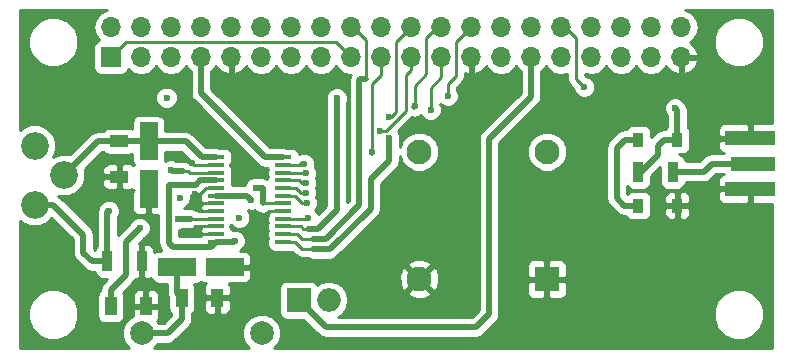
<source format=gbr>
G04 #@! TF.FileFunction,Copper,L1,Top,Signal*
%FSLAX46Y46*%
G04 Gerber Fmt 4.6, Leading zero omitted, Abs format (unit mm)*
G04 Created by KiCad (PCBNEW 4.0.5) date 03/21/17 11:14:39*
%MOMM*%
%LPD*%
G01*
G04 APERTURE LIST*
%ADD10C,0.100000*%
%ADD11R,1.700000X1.700000*%
%ADD12O,1.700000X1.700000*%
%ADD13R,1.422400X0.355600*%
%ADD14R,1.500000X3.200000*%
%ADD15R,1.600000X1.000000*%
%ADD16R,1.000000X1.600000*%
%ADD17R,3.200000X1.500000*%
%ADD18R,0.900000X1.200000*%
%ADD19C,2.100000*%
%ADD20R,2.100000X2.100000*%
%ADD21C,1.998980*%
%ADD22O,1.998980X1.998980*%
%ADD23R,1.998980X1.998980*%
%ADD24R,0.900000X1.700000*%
%ADD25C,2.340000*%
%ADD26R,4.191000X1.270000*%
%ADD27R,3.683000X1.270000*%
%ADD28C,0.600000*%
%ADD29C,0.250000*%
%ADD30C,0.500000*%
%ADD31C,0.254000*%
G04 APERTURE END LIST*
D10*
D11*
X122618500Y-36068000D03*
D12*
X122618500Y-33528000D03*
X125158500Y-36068000D03*
X125158500Y-33528000D03*
X127698500Y-36068000D03*
X127698500Y-33528000D03*
X130238500Y-36068000D03*
X130238500Y-33528000D03*
X132778500Y-36068000D03*
X132778500Y-33528000D03*
X135318500Y-36068000D03*
X135318500Y-33528000D03*
X137858500Y-36068000D03*
X137858500Y-33528000D03*
X140398500Y-36068000D03*
X140398500Y-33528000D03*
X142938500Y-36068000D03*
X142938500Y-33528000D03*
X145478500Y-36068000D03*
X145478500Y-33528000D03*
X148018500Y-36068000D03*
X148018500Y-33528000D03*
X150558500Y-36068000D03*
X150558500Y-33528000D03*
X153098500Y-36068000D03*
X153098500Y-33528000D03*
X155638500Y-36068000D03*
X155638500Y-33528000D03*
X158178500Y-36068000D03*
X158178500Y-33528000D03*
X160718500Y-36068000D03*
X160718500Y-33528000D03*
X163258500Y-36068000D03*
X163258500Y-33528000D03*
X165798500Y-36068000D03*
X165798500Y-33528000D03*
X168338500Y-36068000D03*
X168338500Y-33528000D03*
X170878500Y-36068000D03*
X170878500Y-33528000D03*
D13*
X131521200Y-44558001D03*
X131521200Y-45208000D03*
X131521200Y-45857998D03*
X131521200Y-46507999D03*
X131521200Y-47157998D03*
X131521200Y-47807999D03*
X131521200Y-48457998D03*
X131521200Y-49107999D03*
X131521200Y-49757998D03*
X131521200Y-50407999D03*
X131521200Y-51057998D03*
X131521200Y-51707999D03*
X137210800Y-51707999D03*
X137210800Y-51058000D03*
X137210800Y-50407999D03*
X137210800Y-49758001D03*
X137210800Y-49107999D03*
X137210800Y-48458001D03*
X137210800Y-47808002D03*
X137210800Y-47158001D03*
X137210800Y-46508002D03*
X137210800Y-45858001D03*
X137210800Y-45208002D03*
X137210800Y-44558001D03*
D14*
X125793500Y-43212000D03*
X125793500Y-47212000D03*
D15*
X123317000Y-43204000D03*
X123317000Y-46204000D03*
D16*
X122579000Y-57150000D03*
X125579000Y-57150000D03*
X128611500Y-56451500D03*
X131611500Y-56451500D03*
D17*
X128238500Y-53848000D03*
X132238500Y-53848000D03*
D18*
X167260000Y-43053000D03*
X170560000Y-43053000D03*
X167260000Y-48641000D03*
X170560000Y-48641000D03*
D19*
X148717000Y-44069000D03*
X148717000Y-54869000D03*
D20*
X159517000Y-54869000D03*
D19*
X159517000Y-44069000D03*
D21*
X135366760Y-59436000D03*
X125206760Y-59436000D03*
D22*
X141033500Y-56642000D03*
D23*
X138493500Y-56642000D03*
D24*
X167269500Y-45783500D03*
X170169500Y-45783500D03*
X122311500Y-53340000D03*
X125211500Y-53340000D03*
D25*
X116141500Y-48561000D03*
X118641500Y-46061000D03*
X116141500Y-43561000D03*
D26*
X176720500Y-47231300D03*
X176720500Y-42938700D03*
D27*
X176974500Y-45085000D03*
D28*
X133477000Y-49657000D03*
X128460500Y-48006000D03*
X127317500Y-39497000D03*
X164147500Y-41529000D03*
X169989500Y-53784500D03*
X152273000Y-54864000D03*
X139382500Y-42227500D03*
X123888500Y-49593500D03*
X173672500Y-39814500D03*
X167005000Y-55880000D03*
X133985000Y-45148500D03*
X137287000Y-40068500D03*
X136271000Y-38862000D03*
X135572500Y-56324500D03*
X129222500Y-41084500D03*
X124269500Y-39116000D03*
X152527000Y-42608500D03*
X151765000Y-48831500D03*
X158178500Y-48831500D03*
X119507000Y-54165500D03*
X117221000Y-53276500D03*
X133096000Y-51625500D03*
X176720500Y-42938700D03*
X176720500Y-47231300D03*
X129476500Y-45021500D03*
X129095500Y-51054000D03*
X129476500Y-48450500D03*
X129730500Y-47688500D03*
X128270000Y-49784000D03*
X125031500Y-50546000D03*
X134874000Y-47117000D03*
X170370500Y-40386000D03*
X134429500Y-48133000D03*
X141732000Y-39560500D03*
X139192000Y-48387000D03*
X144716500Y-44132500D03*
X145351500Y-42291000D03*
X139128500Y-47561500D03*
X146177000Y-42926000D03*
X146177000Y-41148000D03*
X149669500Y-40513000D03*
X139255500Y-49720500D03*
X139128500Y-46736000D03*
X148336000Y-40195500D03*
X151130000Y-39370000D03*
X139128500Y-45910500D03*
X162687000Y-38608000D03*
X138938000Y-45085000D03*
X127698500Y-45656500D03*
X122428000Y-49085500D03*
D29*
X122618500Y-36068000D02*
X123888500Y-34798000D01*
X141668500Y-34798000D02*
X142938500Y-36068000D01*
X123888500Y-34798000D02*
X141668500Y-34798000D01*
D30*
X131521200Y-51707999D02*
X133013501Y-51707999D01*
X133013501Y-51707999D02*
X133096000Y-51625500D01*
X127508000Y-46863000D02*
X127508000Y-51816000D01*
X130149001Y-46507999D02*
X129794000Y-46863000D01*
X129794000Y-46863000D02*
X127508000Y-46863000D01*
X131521200Y-46507999D02*
X130149001Y-46507999D01*
X131095699Y-52133500D02*
X131521200Y-51707999D01*
X127825500Y-52133500D02*
X131095699Y-52133500D01*
X127508000Y-51816000D02*
X127825500Y-52133500D01*
X123317000Y-43204000D02*
X121498500Y-43204000D01*
X121498500Y-43204000D02*
X118641500Y-46061000D01*
X125793500Y-43212000D02*
X123325000Y-43212000D01*
X123325000Y-43212000D02*
X123317000Y-43204000D01*
X131521200Y-44558001D02*
X130283001Y-44558001D01*
X128937000Y-43212000D02*
X125793500Y-43212000D01*
X130283001Y-44558001D02*
X128937000Y-43212000D01*
D29*
X131521200Y-45208000D02*
X129663000Y-45208000D01*
X129663000Y-45208000D02*
X129476500Y-45021500D01*
X137210800Y-49107999D02*
X135994501Y-49107999D01*
X135994501Y-49107999D02*
X135826500Y-49276000D01*
X131521200Y-50407999D02*
X129741501Y-50407999D01*
X129099498Y-51057998D02*
X129095500Y-51054000D01*
X129099498Y-51057998D02*
X131521200Y-51057998D01*
X129741501Y-50407999D02*
X129095500Y-51054000D01*
X131521200Y-49107999D02*
X130025501Y-49107999D01*
X129483998Y-48457998D02*
X129476500Y-48450500D01*
X129483998Y-48457998D02*
X131521200Y-48457998D01*
X129476500Y-48558998D02*
X129476500Y-48450500D01*
X130025501Y-49107999D02*
X129476500Y-48558998D01*
X131521200Y-47157998D02*
X130642002Y-47157998D01*
X130111500Y-47688500D02*
X129730500Y-47688500D01*
X130642002Y-47157998D02*
X130111500Y-47688500D01*
D30*
X122579000Y-57150000D02*
X122579000Y-55792500D01*
X128296002Y-49757998D02*
X129375502Y-49757998D01*
X128270000Y-49784000D02*
X128296002Y-49757998D01*
X123888500Y-51689000D02*
X125031500Y-50546000D01*
X123888500Y-54483000D02*
X123888500Y-51689000D01*
X122579000Y-55792500D02*
X123888500Y-54483000D01*
D29*
X131521200Y-49757998D02*
X129375502Y-49757998D01*
X129375502Y-49757998D02*
X129349500Y-49784000D01*
D30*
X135453001Y-48458001D02*
X135453001Y-47188001D01*
X135453001Y-47188001D02*
X135382000Y-47117000D01*
X135382000Y-47117000D02*
X134874000Y-47117000D01*
D29*
X137210800Y-48458001D02*
X135453001Y-48458001D01*
X135445500Y-48450500D02*
X135382000Y-48450500D01*
X135453001Y-48458001D02*
X135445500Y-48450500D01*
D30*
X128611500Y-56451500D02*
X128611500Y-58269000D01*
X127444500Y-59436000D02*
X125206760Y-59436000D01*
X128611500Y-58269000D02*
X127444500Y-59436000D01*
X128238500Y-53848000D02*
X128238500Y-56078500D01*
X128238500Y-56078500D02*
X128611500Y-56451500D01*
X167260000Y-43053000D02*
X166116000Y-43053000D01*
X166052500Y-48641000D02*
X167260000Y-48641000D01*
X165417500Y-48006000D02*
X166052500Y-48641000D01*
X165417500Y-43751500D02*
X165417500Y-48006000D01*
X166116000Y-43053000D02*
X165417500Y-43751500D01*
X170560000Y-40575500D02*
X170560000Y-43053000D01*
X170370500Y-40386000D02*
X170560000Y-40575500D01*
X167269500Y-45783500D02*
X167449500Y-45783500D01*
X167449500Y-45783500D02*
X168910000Y-44323000D01*
X169418000Y-43053000D02*
X170560000Y-43053000D01*
X168910000Y-43561000D02*
X169418000Y-43053000D01*
X168910000Y-44323000D02*
X168910000Y-43561000D01*
X134104499Y-47807999D02*
X131521200Y-47807999D01*
X134429500Y-48133000D02*
X134104499Y-47807999D01*
X140779500Y-58928000D02*
X138493500Y-56642000D01*
X153543000Y-58928000D02*
X140779500Y-58928000D01*
X154622500Y-57848500D02*
X153543000Y-58928000D01*
X154622500Y-42989500D02*
X154622500Y-57848500D01*
X158178500Y-39433500D02*
X154622500Y-42989500D01*
X158178500Y-36068000D02*
X158178500Y-39433500D01*
X137210800Y-44558001D02*
X135680501Y-44558001D01*
X130238500Y-39116000D02*
X130238500Y-36068000D01*
X135680501Y-44558001D02*
X130238500Y-39116000D01*
X139255500Y-50609500D02*
X140144500Y-50609500D01*
D29*
X138695001Y-50407999D02*
X138896502Y-50609500D01*
X138896502Y-50609500D02*
X139255500Y-50609500D01*
X138695001Y-50407999D02*
X137210800Y-50407999D01*
D30*
X141732000Y-49022000D02*
X141732000Y-39560500D01*
X140144500Y-50609500D02*
X141732000Y-49022000D01*
X139700000Y-51435000D02*
X140779500Y-51435000D01*
X143764000Y-37909500D02*
X144208500Y-37909500D01*
X143637000Y-38036500D02*
X143764000Y-37909500D01*
X143637000Y-38925500D02*
X143637000Y-38036500D01*
X143637000Y-48577500D02*
X143637000Y-38925500D01*
X140779500Y-51435000D02*
X143637000Y-48577500D01*
D29*
X137210800Y-51058000D02*
X138370500Y-51058000D01*
X138747500Y-51435000D02*
X139700000Y-51435000D01*
X139700000Y-51435000D02*
X139763500Y-51435000D01*
X138370500Y-51058000D02*
X138747500Y-51435000D01*
X142938500Y-33528000D02*
X143129000Y-33528000D01*
X143129000Y-33528000D02*
X144208500Y-34607500D01*
X144208500Y-34607500D02*
X144208500Y-37909500D01*
X144208500Y-37909500D02*
X144208500Y-37973000D01*
X144716500Y-44132500D02*
X144716500Y-38354000D01*
X145478500Y-37592000D02*
X145478500Y-36068000D01*
X144716500Y-38354000D02*
X145478500Y-37592000D01*
X138168502Y-47808002D02*
X138747500Y-48387000D01*
X138747500Y-48387000D02*
X139192000Y-48387000D01*
X137210800Y-47808002D02*
X138168502Y-47808002D01*
D30*
X144716500Y-44132500D02*
X144716500Y-44196000D01*
D29*
X145351500Y-42291000D02*
X145923000Y-42291000D01*
X137210800Y-47158001D02*
X138280501Y-47158001D01*
X138684000Y-47561500D02*
X139128500Y-47561500D01*
X138280501Y-47158001D02*
X138684000Y-47561500D01*
X148018500Y-37147500D02*
X148018500Y-36068000D01*
X147574000Y-37592000D02*
X148018500Y-37147500D01*
X147574000Y-40640000D02*
X147574000Y-37592000D01*
X145923000Y-42291000D02*
X147574000Y-40640000D01*
D30*
X140271500Y-52324000D02*
X139700000Y-52324000D01*
D29*
X138194999Y-51707999D02*
X138811000Y-52324000D01*
X138811000Y-52324000D02*
X139700000Y-52324000D01*
X137210800Y-51707999D02*
X138194999Y-51707999D01*
D30*
X146177000Y-42926000D02*
X146177000Y-44831000D01*
X146177000Y-44831000D02*
X144589500Y-46418500D01*
X144589500Y-46418500D02*
X144589500Y-48895000D01*
X144589500Y-48895000D02*
X141160500Y-52324000D01*
X141160500Y-52324000D02*
X140271500Y-52324000D01*
D29*
X146748500Y-34798000D02*
X148018500Y-33528000D01*
X146304000Y-41148000D02*
X146177000Y-41148000D01*
X146748500Y-40703500D02*
X146304000Y-41148000D01*
X146748500Y-38925500D02*
X146748500Y-40703500D01*
X146748500Y-34798000D02*
X146748500Y-38925500D01*
X149669500Y-40513000D02*
X149669500Y-38671500D01*
X137210800Y-49758001D02*
X139217999Y-49758001D01*
X139217999Y-49758001D02*
X139255500Y-49720500D01*
X150558500Y-37782500D02*
X150558500Y-36068000D01*
X149669500Y-38671500D02*
X150558500Y-37782500D01*
X148336000Y-40195500D02*
X148336000Y-38481000D01*
X149288500Y-34480500D02*
X150241000Y-33528000D01*
X149288500Y-37528500D02*
X149288500Y-34480500D01*
X148336000Y-38481000D02*
X149288500Y-37528500D01*
X150241000Y-33528000D02*
X150558500Y-33528000D01*
X138519502Y-46508002D02*
X138747500Y-46736000D01*
X138747500Y-46736000D02*
X139128500Y-46736000D01*
X137210800Y-46508002D02*
X138519502Y-46508002D01*
D30*
X148272500Y-40259000D02*
X148272500Y-40322500D01*
X148336000Y-40195500D02*
X148272500Y-40259000D01*
D29*
X151130000Y-39370000D02*
X151130000Y-38354000D01*
X137210800Y-45858001D02*
X139076001Y-45858001D01*
X139076001Y-45858001D02*
X139128500Y-45910500D01*
X151828500Y-34798000D02*
X153098500Y-33528000D01*
X151828500Y-37655500D02*
X151828500Y-34798000D01*
X151130000Y-38354000D02*
X151828500Y-37655500D01*
X161036000Y-33528000D02*
X161988500Y-34480500D01*
X161988500Y-34480500D02*
X161988500Y-37909500D01*
X161988500Y-37909500D02*
X162687000Y-38608000D01*
D30*
X138811000Y-45148500D02*
X138874500Y-45148500D01*
D29*
X138751498Y-45208002D02*
X138811000Y-45148500D01*
X137210800Y-45208002D02*
X138751498Y-45208002D01*
D30*
X138874500Y-45148500D02*
X138938000Y-45085000D01*
D29*
X160718500Y-33528000D02*
X161036000Y-33528000D01*
D30*
X176974500Y-45085000D02*
X173482000Y-45085000D01*
X172783500Y-45783500D02*
X170169500Y-45783500D01*
X173482000Y-45085000D02*
X172783500Y-45783500D01*
D29*
X129296998Y-45857998D02*
X129159000Y-45720000D01*
X129159000Y-45720000D02*
X128714500Y-45720000D01*
X131521200Y-45857998D02*
X129296998Y-45857998D01*
D30*
X122311500Y-49202000D02*
X122428000Y-49085500D01*
X122311500Y-49202000D02*
X122311500Y-53340000D01*
X127762000Y-45720000D02*
X128714500Y-45720000D01*
X127698500Y-45656500D02*
X127762000Y-45720000D01*
X116141500Y-48561000D02*
X117712500Y-48561000D01*
X120967500Y-53340000D02*
X122311500Y-53340000D01*
X120269000Y-52641500D02*
X120967500Y-53340000D01*
X120269000Y-51117500D02*
X120269000Y-52641500D01*
X117712500Y-48561000D02*
X120269000Y-51117500D01*
D31*
G36*
X178550500Y-41668700D02*
X177006250Y-41668700D01*
X176847500Y-41827450D01*
X176847500Y-42811700D01*
X176867500Y-42811700D01*
X176867500Y-43065700D01*
X176847500Y-43065700D01*
X176847500Y-43085700D01*
X176593500Y-43085700D01*
X176593500Y-43065700D01*
X174148750Y-43065700D01*
X173990000Y-43224450D01*
X173990000Y-43700009D01*
X174086673Y-43933398D01*
X174265301Y-44112027D01*
X174477686Y-44200000D01*
X173482005Y-44200000D01*
X173482000Y-44199999D01*
X173143330Y-44267366D01*
X173143325Y-44267367D01*
X172856210Y-44459210D01*
X172856208Y-44459213D01*
X172416920Y-44898500D01*
X171260354Y-44898500D01*
X171222662Y-44698183D01*
X171083590Y-44482059D01*
X170871390Y-44337069D01*
X170690511Y-44300440D01*
X171010000Y-44300440D01*
X171245317Y-44256162D01*
X171461441Y-44117090D01*
X171606431Y-43904890D01*
X171657440Y-43653000D01*
X171657440Y-42453000D01*
X171613162Y-42217683D01*
X171587235Y-42177391D01*
X173990000Y-42177391D01*
X173990000Y-42652950D01*
X174148750Y-42811700D01*
X176593500Y-42811700D01*
X176593500Y-41827450D01*
X176434750Y-41668700D01*
X174498690Y-41668700D01*
X174265301Y-41765373D01*
X174086673Y-41944002D01*
X173990000Y-42177391D01*
X171587235Y-42177391D01*
X171474090Y-42001559D01*
X171445000Y-41981683D01*
X171445000Y-40575500D01*
X171377633Y-40236825D01*
X171228006Y-40012892D01*
X171163617Y-39857057D01*
X170900827Y-39593808D01*
X170557299Y-39451162D01*
X170185333Y-39450838D01*
X169841557Y-39592883D01*
X169578308Y-39855673D01*
X169435662Y-40199201D01*
X169435338Y-40571167D01*
X169577383Y-40914943D01*
X169675000Y-41012731D01*
X169675000Y-41978331D01*
X169658559Y-41988910D01*
X169536192Y-42168000D01*
X169418000Y-42168000D01*
X169079325Y-42235367D01*
X168792210Y-42427210D01*
X168792208Y-42427213D01*
X168357440Y-42861980D01*
X168357440Y-42453000D01*
X168313162Y-42217683D01*
X168174090Y-42001559D01*
X167961890Y-41856569D01*
X167710000Y-41805560D01*
X166810000Y-41805560D01*
X166574683Y-41849838D01*
X166358559Y-41988910D01*
X166236192Y-42168000D01*
X166116005Y-42168000D01*
X166116000Y-42167999D01*
X165777325Y-42235367D01*
X165490210Y-42427210D01*
X165490208Y-42427213D01*
X164791710Y-43125710D01*
X164599867Y-43412825D01*
X164599867Y-43412826D01*
X164532499Y-43751500D01*
X164532500Y-43751505D01*
X164532500Y-48005995D01*
X164532499Y-48006000D01*
X164578812Y-48238826D01*
X164599867Y-48344675D01*
X164752962Y-48573799D01*
X164791710Y-48631790D01*
X165426708Y-49266787D01*
X165426710Y-49266790D01*
X165543587Y-49344884D01*
X165713826Y-49458634D01*
X166052500Y-49526001D01*
X166052505Y-49526000D01*
X166238808Y-49526000D01*
X166345910Y-49692441D01*
X166558110Y-49837431D01*
X166810000Y-49888440D01*
X167710000Y-49888440D01*
X167945317Y-49844162D01*
X168161441Y-49705090D01*
X168306431Y-49492890D01*
X168357440Y-49241000D01*
X168357440Y-48926750D01*
X169475000Y-48926750D01*
X169475000Y-49367310D01*
X169571673Y-49600699D01*
X169750302Y-49779327D01*
X169983691Y-49876000D01*
X170274250Y-49876000D01*
X170433000Y-49717250D01*
X170433000Y-48768000D01*
X170687000Y-48768000D01*
X170687000Y-49717250D01*
X170845750Y-49876000D01*
X171136309Y-49876000D01*
X171369698Y-49779327D01*
X171548327Y-49600699D01*
X171645000Y-49367310D01*
X171645000Y-48926750D01*
X171486250Y-48768000D01*
X170687000Y-48768000D01*
X170433000Y-48768000D01*
X169633750Y-48768000D01*
X169475000Y-48926750D01*
X168357440Y-48926750D01*
X168357440Y-48041000D01*
X168333674Y-47914690D01*
X169475000Y-47914690D01*
X169475000Y-48355250D01*
X169633750Y-48514000D01*
X170433000Y-48514000D01*
X170433000Y-47564750D01*
X170687000Y-47564750D01*
X170687000Y-48514000D01*
X171486250Y-48514000D01*
X171645000Y-48355250D01*
X171645000Y-47914690D01*
X171548327Y-47681301D01*
X171384076Y-47517050D01*
X173990000Y-47517050D01*
X173990000Y-47992609D01*
X174086673Y-48225998D01*
X174265301Y-48404627D01*
X174498690Y-48501300D01*
X176434750Y-48501300D01*
X176593500Y-48342550D01*
X176593500Y-47358300D01*
X174148750Y-47358300D01*
X173990000Y-47517050D01*
X171384076Y-47517050D01*
X171369698Y-47502673D01*
X171136309Y-47406000D01*
X170845750Y-47406000D01*
X170687000Y-47564750D01*
X170433000Y-47564750D01*
X170274250Y-47406000D01*
X169983691Y-47406000D01*
X169750302Y-47502673D01*
X169571673Y-47681301D01*
X169475000Y-47914690D01*
X168333674Y-47914690D01*
X168313162Y-47805683D01*
X168174090Y-47589559D01*
X167961890Y-47444569D01*
X167710000Y-47393560D01*
X166810000Y-47393560D01*
X166574683Y-47437838D01*
X166358559Y-47576910D01*
X166310429Y-47647350D01*
X166302500Y-47639420D01*
X166302500Y-47002717D01*
X166355410Y-47084941D01*
X166567610Y-47229931D01*
X166819500Y-47280940D01*
X167719500Y-47280940D01*
X167954817Y-47236662D01*
X168170941Y-47097590D01*
X168315931Y-46885390D01*
X168366940Y-46633500D01*
X168366940Y-46117640D01*
X169072060Y-45412519D01*
X169072060Y-46633500D01*
X169116338Y-46868817D01*
X169255410Y-47084941D01*
X169467610Y-47229931D01*
X169719500Y-47280940D01*
X170619500Y-47280940D01*
X170854817Y-47236662D01*
X171070941Y-47097590D01*
X171215931Y-46885390D01*
X171259852Y-46668500D01*
X172783495Y-46668500D01*
X172783500Y-46668501D01*
X173102734Y-46605000D01*
X173122175Y-46601133D01*
X173409290Y-46409290D01*
X173848579Y-45970000D01*
X174477686Y-45970000D01*
X174265301Y-46057973D01*
X174086673Y-46236602D01*
X173990000Y-46469991D01*
X173990000Y-46945550D01*
X174148750Y-47104300D01*
X176593500Y-47104300D01*
X176593500Y-47084300D01*
X176847500Y-47084300D01*
X176847500Y-47104300D01*
X176867500Y-47104300D01*
X176867500Y-47358300D01*
X176847500Y-47358300D01*
X176847500Y-48342550D01*
X177006250Y-48501300D01*
X178550500Y-48501300D01*
X178550500Y-60694500D01*
X136419600Y-60694500D01*
X136751606Y-60363073D01*
X137000966Y-59762547D01*
X137001534Y-59112306D01*
X136753222Y-58511345D01*
X136293833Y-58051154D01*
X135693307Y-57801794D01*
X135043066Y-57801226D01*
X134442105Y-58049538D01*
X133981914Y-58508927D01*
X133732554Y-59109453D01*
X133731986Y-59759694D01*
X133980298Y-60360655D01*
X134313561Y-60694500D01*
X126259600Y-60694500D01*
X126591606Y-60363073D01*
X126609076Y-60321000D01*
X127444495Y-60321000D01*
X127444500Y-60321001D01*
X127726984Y-60264810D01*
X127783175Y-60253633D01*
X128070290Y-60061790D01*
X129237287Y-58894792D01*
X129237290Y-58894790D01*
X129429133Y-58607675D01*
X129433643Y-58585000D01*
X129496501Y-58269000D01*
X129496500Y-58268995D01*
X129496500Y-57758344D01*
X129562941Y-57715590D01*
X129707931Y-57503390D01*
X129758940Y-57251500D01*
X129758940Y-56737250D01*
X130476500Y-56737250D01*
X130476500Y-57377810D01*
X130573173Y-57611199D01*
X130751802Y-57789827D01*
X130985191Y-57886500D01*
X131325750Y-57886500D01*
X131484500Y-57727750D01*
X131484500Y-56578500D01*
X131738500Y-56578500D01*
X131738500Y-57727750D01*
X131897250Y-57886500D01*
X132237809Y-57886500D01*
X132471198Y-57789827D01*
X132649827Y-57611199D01*
X132746500Y-57377810D01*
X132746500Y-56737250D01*
X132587750Y-56578500D01*
X131738500Y-56578500D01*
X131484500Y-56578500D01*
X130635250Y-56578500D01*
X130476500Y-56737250D01*
X129758940Y-56737250D01*
X129758940Y-55651500D01*
X129714662Y-55416183D01*
X129604792Y-55245440D01*
X129838500Y-55245440D01*
X130073817Y-55201162D01*
X130237993Y-55095518D01*
X130278802Y-55136327D01*
X130512191Y-55233000D01*
X130631974Y-55233000D01*
X130573173Y-55291801D01*
X130476500Y-55525190D01*
X130476500Y-56165750D01*
X130635250Y-56324500D01*
X131484500Y-56324500D01*
X131484500Y-56304500D01*
X131738500Y-56304500D01*
X131738500Y-56324500D01*
X132587750Y-56324500D01*
X132746500Y-56165750D01*
X132746500Y-55525190D01*
X132649827Y-55291801D01*
X132591026Y-55233000D01*
X133964809Y-55233000D01*
X134198198Y-55136327D01*
X134376827Y-54957699D01*
X134473500Y-54724310D01*
X134473500Y-54592526D01*
X147021381Y-54592526D01*
X147044651Y-55262456D01*
X147256255Y-55773313D01*
X147528297Y-55878098D01*
X148537395Y-54869000D01*
X148896605Y-54869000D01*
X149905703Y-55878098D01*
X150177745Y-55773313D01*
X150412619Y-55145474D01*
X150389349Y-54475544D01*
X150177745Y-53964687D01*
X149905703Y-53859902D01*
X148896605Y-54869000D01*
X148537395Y-54869000D01*
X147528297Y-53859902D01*
X147256255Y-53964687D01*
X147021381Y-54592526D01*
X134473500Y-54592526D01*
X134473500Y-54133750D01*
X134314750Y-53975000D01*
X132365500Y-53975000D01*
X132365500Y-53995000D01*
X132111500Y-53995000D01*
X132111500Y-53975000D01*
X132091500Y-53975000D01*
X132091500Y-53721000D01*
X132111500Y-53721000D01*
X132111500Y-53701000D01*
X132365500Y-53701000D01*
X132365500Y-53721000D01*
X134314750Y-53721000D01*
X134355453Y-53680297D01*
X147707902Y-53680297D01*
X148717000Y-54689395D01*
X149726098Y-53680297D01*
X149621313Y-53408255D01*
X148993474Y-53173381D01*
X148323544Y-53196651D01*
X147812687Y-53408255D01*
X147707902Y-53680297D01*
X134355453Y-53680297D01*
X134473500Y-53562250D01*
X134473500Y-52971690D01*
X134376827Y-52738301D01*
X134198198Y-52559673D01*
X133964809Y-52463000D01*
X133517528Y-52463000D01*
X133624943Y-52418617D01*
X133888192Y-52155827D01*
X134030838Y-51812299D01*
X134031162Y-51440333D01*
X133889117Y-51096557D01*
X133626327Y-50833308D01*
X133282799Y-50690662D01*
X132910833Y-50690338D01*
X132867400Y-50708284D01*
X132867400Y-50655649D01*
X132797934Y-50586183D01*
X132770727Y-50520499D01*
X132663320Y-50413093D01*
X132683841Y-50399888D01*
X132770641Y-50272852D01*
X132946673Y-50449192D01*
X133290201Y-50591838D01*
X133662167Y-50592162D01*
X134005943Y-50450117D01*
X134269192Y-50187327D01*
X134411838Y-49843799D01*
X134412162Y-49471833D01*
X134270117Y-49128057D01*
X134186853Y-49044648D01*
X134242701Y-49067838D01*
X134614667Y-49068162D01*
X134773043Y-49002723D01*
X134827211Y-49083791D01*
X135114326Y-49275634D01*
X135453001Y-49343001D01*
X135791676Y-49275634D01*
X135864600Y-49226908D01*
X135864600Y-49235001D01*
X135966925Y-49235001D01*
X135927397Y-49292852D01*
X135864600Y-49355649D01*
X135864600Y-49412109D01*
X135879107Y-49447132D01*
X135852160Y-49580201D01*
X135852160Y-49935801D01*
X135880874Y-50088404D01*
X135852160Y-50230199D01*
X135852160Y-50585799D01*
X135880875Y-50738403D01*
X135852160Y-50880200D01*
X135852160Y-51235800D01*
X135880874Y-51388403D01*
X135852160Y-51530199D01*
X135852160Y-51885799D01*
X135896438Y-52121116D01*
X136035510Y-52337240D01*
X136247710Y-52482230D01*
X136499600Y-52533239D01*
X137922000Y-52533239D01*
X137941725Y-52529527D01*
X138273599Y-52861401D01*
X138520161Y-53026148D01*
X138811000Y-53084000D01*
X139275071Y-53084000D01*
X139361325Y-53141633D01*
X139700000Y-53209000D01*
X141160495Y-53209000D01*
X141160500Y-53209001D01*
X141442984Y-53152810D01*
X141499175Y-53141633D01*
X141786290Y-52949790D01*
X145215287Y-49520792D01*
X145215290Y-49520790D01*
X145407133Y-49233675D01*
X145474500Y-48895000D01*
X145474500Y-46785080D01*
X146802787Y-45456792D01*
X146802790Y-45456790D01*
X146994633Y-45169675D01*
X147025672Y-45013633D01*
X147062001Y-44831000D01*
X147062000Y-44830995D01*
X147062000Y-44476009D01*
X147287694Y-45022229D01*
X147761278Y-45496640D01*
X148380362Y-45753707D01*
X149050697Y-45754292D01*
X149670229Y-45498306D01*
X150144640Y-45024722D01*
X150401707Y-44405638D01*
X150402292Y-43735303D01*
X150146306Y-43115771D01*
X149672722Y-42641360D01*
X149053638Y-42384293D01*
X148383303Y-42383708D01*
X147763771Y-42639694D01*
X147289360Y-43113278D01*
X147062000Y-43660820D01*
X147062000Y-43232822D01*
X147111838Y-43112799D01*
X147112162Y-42740833D01*
X146970117Y-42397057D01*
X146930965Y-42357837D01*
X148111401Y-41177401D01*
X148112549Y-41175684D01*
X148272500Y-41207500D01*
X148611175Y-41140133D01*
X148794172Y-41017859D01*
X148855894Y-40992356D01*
X148876383Y-41041943D01*
X149139173Y-41305192D01*
X149482701Y-41447838D01*
X149854667Y-41448162D01*
X150198443Y-41306117D01*
X150461692Y-41043327D01*
X150604338Y-40699799D01*
X150604662Y-40327833D01*
X150491409Y-40053739D01*
X150599673Y-40162192D01*
X150943201Y-40304838D01*
X151315167Y-40305162D01*
X151658943Y-40163117D01*
X151922192Y-39900327D01*
X152064838Y-39556799D01*
X152065162Y-39184833D01*
X151923117Y-38841057D01*
X151890000Y-38807882D01*
X151890000Y-38668802D01*
X152365901Y-38192901D01*
X152530648Y-37946340D01*
X152588500Y-37655500D01*
X152588500Y-37446060D01*
X152741610Y-37509476D01*
X152971500Y-37388155D01*
X152971500Y-36195000D01*
X152951500Y-36195000D01*
X152951500Y-35941000D01*
X152971500Y-35941000D01*
X152971500Y-35921000D01*
X153225500Y-35921000D01*
X153225500Y-35941000D01*
X153245500Y-35941000D01*
X153245500Y-36195000D01*
X153225500Y-36195000D01*
X153225500Y-37388155D01*
X153455390Y-37509476D01*
X153865424Y-37339645D01*
X154293683Y-36949358D01*
X154360798Y-36806447D01*
X154588446Y-37147147D01*
X155070215Y-37469054D01*
X155638500Y-37582093D01*
X156206785Y-37469054D01*
X156688554Y-37147147D01*
X156908500Y-36817974D01*
X157128446Y-37147147D01*
X157293500Y-37257432D01*
X157293500Y-39066921D01*
X153996710Y-42363710D01*
X153804867Y-42650825D01*
X153799859Y-42676000D01*
X153737499Y-42989500D01*
X153737500Y-42989505D01*
X153737500Y-57481921D01*
X153176420Y-58043000D01*
X141854252Y-58043000D01*
X142221281Y-57797759D01*
X142575594Y-57267492D01*
X142700012Y-56642000D01*
X142583789Y-56057703D01*
X147707902Y-56057703D01*
X147812687Y-56329745D01*
X148440526Y-56564619D01*
X149110456Y-56541349D01*
X149621313Y-56329745D01*
X149726098Y-56057703D01*
X148717000Y-55048605D01*
X147707902Y-56057703D01*
X142583789Y-56057703D01*
X142575594Y-56016508D01*
X142221281Y-55486241D01*
X141691014Y-55131928D01*
X141065522Y-55007510D01*
X141001478Y-55007510D01*
X140375986Y-55131928D01*
X140056423Y-55345453D01*
X139957080Y-55191069D01*
X139744880Y-55046079D01*
X139492990Y-54995070D01*
X137494010Y-54995070D01*
X137258693Y-55039348D01*
X137042569Y-55178420D01*
X136897579Y-55390620D01*
X136846570Y-55642510D01*
X136846570Y-57641490D01*
X136890848Y-57876807D01*
X137029920Y-58092931D01*
X137242120Y-58237921D01*
X137494010Y-58288930D01*
X138888850Y-58288930D01*
X140153708Y-59553787D01*
X140153710Y-59553790D01*
X140440825Y-59745633D01*
X140779500Y-59813001D01*
X140779505Y-59813000D01*
X153542995Y-59813000D01*
X153543000Y-59813001D01*
X153825484Y-59756810D01*
X153881675Y-59745633D01*
X154168790Y-59553790D01*
X154168791Y-59553789D01*
X155248287Y-58474292D01*
X155248290Y-58474290D01*
X155383912Y-58271315D01*
X173632630Y-58271315D01*
X173956980Y-59056300D01*
X174557041Y-59657409D01*
X175341459Y-59983128D01*
X176190815Y-59983870D01*
X176975800Y-59659520D01*
X177576909Y-59059459D01*
X177902628Y-58275041D01*
X177903370Y-57425685D01*
X177579020Y-56640700D01*
X176978959Y-56039591D01*
X176194541Y-55713872D01*
X175345185Y-55713130D01*
X174560200Y-56037480D01*
X173959091Y-56637541D01*
X173633372Y-57421959D01*
X173632630Y-58271315D01*
X155383912Y-58271315D01*
X155440133Y-58187175D01*
X155440134Y-58187174D01*
X155507501Y-57848500D01*
X155507500Y-57848495D01*
X155507500Y-55154750D01*
X157832000Y-55154750D01*
X157832000Y-56045310D01*
X157928673Y-56278699D01*
X158107302Y-56457327D01*
X158340691Y-56554000D01*
X159231250Y-56554000D01*
X159390000Y-56395250D01*
X159390000Y-54996000D01*
X159644000Y-54996000D01*
X159644000Y-56395250D01*
X159802750Y-56554000D01*
X160693309Y-56554000D01*
X160926698Y-56457327D01*
X161105327Y-56278699D01*
X161202000Y-56045310D01*
X161202000Y-55154750D01*
X161043250Y-54996000D01*
X159644000Y-54996000D01*
X159390000Y-54996000D01*
X157990750Y-54996000D01*
X157832000Y-55154750D01*
X155507500Y-55154750D01*
X155507500Y-53692690D01*
X157832000Y-53692690D01*
X157832000Y-54583250D01*
X157990750Y-54742000D01*
X159390000Y-54742000D01*
X159390000Y-53342750D01*
X159644000Y-53342750D01*
X159644000Y-54742000D01*
X161043250Y-54742000D01*
X161202000Y-54583250D01*
X161202000Y-53692690D01*
X161105327Y-53459301D01*
X160926698Y-53280673D01*
X160693309Y-53184000D01*
X159802750Y-53184000D01*
X159644000Y-53342750D01*
X159390000Y-53342750D01*
X159231250Y-53184000D01*
X158340691Y-53184000D01*
X158107302Y-53280673D01*
X157928673Y-53459301D01*
X157832000Y-53692690D01*
X155507500Y-53692690D01*
X155507500Y-44402697D01*
X157831708Y-44402697D01*
X158087694Y-45022229D01*
X158561278Y-45496640D01*
X159180362Y-45753707D01*
X159850697Y-45754292D01*
X160470229Y-45498306D01*
X160944640Y-45024722D01*
X161201707Y-44405638D01*
X161202292Y-43735303D01*
X160946306Y-43115771D01*
X160472722Y-42641360D01*
X159853638Y-42384293D01*
X159183303Y-42383708D01*
X158563771Y-42639694D01*
X158089360Y-43113278D01*
X157832293Y-43732362D01*
X157831708Y-44402697D01*
X155507500Y-44402697D01*
X155507500Y-43356080D01*
X158804287Y-40059292D01*
X158804290Y-40059290D01*
X158996133Y-39772175D01*
X159063500Y-39433500D01*
X159063500Y-37257432D01*
X159228554Y-37147147D01*
X159448500Y-36817974D01*
X159668446Y-37147147D01*
X160150215Y-37469054D01*
X160718500Y-37582093D01*
X161228500Y-37480648D01*
X161228500Y-37909500D01*
X161286352Y-38200339D01*
X161451099Y-38446901D01*
X161751878Y-38747680D01*
X161751838Y-38793167D01*
X161893883Y-39136943D01*
X162156673Y-39400192D01*
X162500201Y-39542838D01*
X162872167Y-39543162D01*
X163215943Y-39401117D01*
X163479192Y-39138327D01*
X163621838Y-38794799D01*
X163622162Y-38422833D01*
X163480117Y-38079057D01*
X163217327Y-37815808D01*
X162873799Y-37673162D01*
X162826923Y-37673121D01*
X162748500Y-37594698D01*
X162748500Y-37480648D01*
X163258500Y-37582093D01*
X163826785Y-37469054D01*
X164308554Y-37147147D01*
X164528500Y-36817974D01*
X164748446Y-37147147D01*
X165230215Y-37469054D01*
X165798500Y-37582093D01*
X166366785Y-37469054D01*
X166848554Y-37147147D01*
X167068500Y-36817974D01*
X167288446Y-37147147D01*
X167770215Y-37469054D01*
X168338500Y-37582093D01*
X168906785Y-37469054D01*
X169388554Y-37147147D01*
X169616202Y-36806447D01*
X169683317Y-36949358D01*
X170111576Y-37339645D01*
X170521610Y-37509476D01*
X170751500Y-37388155D01*
X170751500Y-36195000D01*
X171005500Y-36195000D01*
X171005500Y-37388155D01*
X171235390Y-37509476D01*
X171645424Y-37339645D01*
X172073683Y-36949358D01*
X172319986Y-36424892D01*
X172199319Y-36195000D01*
X171005500Y-36195000D01*
X170751500Y-36195000D01*
X170731500Y-36195000D01*
X170731500Y-35941000D01*
X170751500Y-35941000D01*
X170751500Y-35921000D01*
X171005500Y-35921000D01*
X171005500Y-35941000D01*
X172199319Y-35941000D01*
X172319986Y-35711108D01*
X172089732Y-35220815D01*
X173632630Y-35220815D01*
X173956980Y-36005800D01*
X174557041Y-36606909D01*
X175341459Y-36932628D01*
X176190815Y-36933370D01*
X176975800Y-36609020D01*
X177576909Y-36008959D01*
X177902628Y-35224541D01*
X177903370Y-34375185D01*
X177579020Y-33590200D01*
X176978959Y-32989091D01*
X176194541Y-32663372D01*
X175345185Y-32662630D01*
X174560200Y-32986980D01*
X173959091Y-33587041D01*
X173633372Y-34371459D01*
X173632630Y-35220815D01*
X172089732Y-35220815D01*
X172073683Y-35186642D01*
X171645424Y-34796355D01*
X171645399Y-34796345D01*
X171928554Y-34607147D01*
X172250461Y-34125378D01*
X172363500Y-33557093D01*
X172363500Y-33498907D01*
X172250461Y-32930622D01*
X171928554Y-32448853D01*
X171446785Y-32126946D01*
X171205744Y-32079000D01*
X178550500Y-32079000D01*
X178550500Y-41668700D01*
X178550500Y-41668700D01*
G37*
X178550500Y-41668700D02*
X177006250Y-41668700D01*
X176847500Y-41827450D01*
X176847500Y-42811700D01*
X176867500Y-42811700D01*
X176867500Y-43065700D01*
X176847500Y-43065700D01*
X176847500Y-43085700D01*
X176593500Y-43085700D01*
X176593500Y-43065700D01*
X174148750Y-43065700D01*
X173990000Y-43224450D01*
X173990000Y-43700009D01*
X174086673Y-43933398D01*
X174265301Y-44112027D01*
X174477686Y-44200000D01*
X173482005Y-44200000D01*
X173482000Y-44199999D01*
X173143330Y-44267366D01*
X173143325Y-44267367D01*
X172856210Y-44459210D01*
X172856208Y-44459213D01*
X172416920Y-44898500D01*
X171260354Y-44898500D01*
X171222662Y-44698183D01*
X171083590Y-44482059D01*
X170871390Y-44337069D01*
X170690511Y-44300440D01*
X171010000Y-44300440D01*
X171245317Y-44256162D01*
X171461441Y-44117090D01*
X171606431Y-43904890D01*
X171657440Y-43653000D01*
X171657440Y-42453000D01*
X171613162Y-42217683D01*
X171587235Y-42177391D01*
X173990000Y-42177391D01*
X173990000Y-42652950D01*
X174148750Y-42811700D01*
X176593500Y-42811700D01*
X176593500Y-41827450D01*
X176434750Y-41668700D01*
X174498690Y-41668700D01*
X174265301Y-41765373D01*
X174086673Y-41944002D01*
X173990000Y-42177391D01*
X171587235Y-42177391D01*
X171474090Y-42001559D01*
X171445000Y-41981683D01*
X171445000Y-40575500D01*
X171377633Y-40236825D01*
X171228006Y-40012892D01*
X171163617Y-39857057D01*
X170900827Y-39593808D01*
X170557299Y-39451162D01*
X170185333Y-39450838D01*
X169841557Y-39592883D01*
X169578308Y-39855673D01*
X169435662Y-40199201D01*
X169435338Y-40571167D01*
X169577383Y-40914943D01*
X169675000Y-41012731D01*
X169675000Y-41978331D01*
X169658559Y-41988910D01*
X169536192Y-42168000D01*
X169418000Y-42168000D01*
X169079325Y-42235367D01*
X168792210Y-42427210D01*
X168792208Y-42427213D01*
X168357440Y-42861980D01*
X168357440Y-42453000D01*
X168313162Y-42217683D01*
X168174090Y-42001559D01*
X167961890Y-41856569D01*
X167710000Y-41805560D01*
X166810000Y-41805560D01*
X166574683Y-41849838D01*
X166358559Y-41988910D01*
X166236192Y-42168000D01*
X166116005Y-42168000D01*
X166116000Y-42167999D01*
X165777325Y-42235367D01*
X165490210Y-42427210D01*
X165490208Y-42427213D01*
X164791710Y-43125710D01*
X164599867Y-43412825D01*
X164599867Y-43412826D01*
X164532499Y-43751500D01*
X164532500Y-43751505D01*
X164532500Y-48005995D01*
X164532499Y-48006000D01*
X164578812Y-48238826D01*
X164599867Y-48344675D01*
X164752962Y-48573799D01*
X164791710Y-48631790D01*
X165426708Y-49266787D01*
X165426710Y-49266790D01*
X165543587Y-49344884D01*
X165713826Y-49458634D01*
X166052500Y-49526001D01*
X166052505Y-49526000D01*
X166238808Y-49526000D01*
X166345910Y-49692441D01*
X166558110Y-49837431D01*
X166810000Y-49888440D01*
X167710000Y-49888440D01*
X167945317Y-49844162D01*
X168161441Y-49705090D01*
X168306431Y-49492890D01*
X168357440Y-49241000D01*
X168357440Y-48926750D01*
X169475000Y-48926750D01*
X169475000Y-49367310D01*
X169571673Y-49600699D01*
X169750302Y-49779327D01*
X169983691Y-49876000D01*
X170274250Y-49876000D01*
X170433000Y-49717250D01*
X170433000Y-48768000D01*
X170687000Y-48768000D01*
X170687000Y-49717250D01*
X170845750Y-49876000D01*
X171136309Y-49876000D01*
X171369698Y-49779327D01*
X171548327Y-49600699D01*
X171645000Y-49367310D01*
X171645000Y-48926750D01*
X171486250Y-48768000D01*
X170687000Y-48768000D01*
X170433000Y-48768000D01*
X169633750Y-48768000D01*
X169475000Y-48926750D01*
X168357440Y-48926750D01*
X168357440Y-48041000D01*
X168333674Y-47914690D01*
X169475000Y-47914690D01*
X169475000Y-48355250D01*
X169633750Y-48514000D01*
X170433000Y-48514000D01*
X170433000Y-47564750D01*
X170687000Y-47564750D01*
X170687000Y-48514000D01*
X171486250Y-48514000D01*
X171645000Y-48355250D01*
X171645000Y-47914690D01*
X171548327Y-47681301D01*
X171384076Y-47517050D01*
X173990000Y-47517050D01*
X173990000Y-47992609D01*
X174086673Y-48225998D01*
X174265301Y-48404627D01*
X174498690Y-48501300D01*
X176434750Y-48501300D01*
X176593500Y-48342550D01*
X176593500Y-47358300D01*
X174148750Y-47358300D01*
X173990000Y-47517050D01*
X171384076Y-47517050D01*
X171369698Y-47502673D01*
X171136309Y-47406000D01*
X170845750Y-47406000D01*
X170687000Y-47564750D01*
X170433000Y-47564750D01*
X170274250Y-47406000D01*
X169983691Y-47406000D01*
X169750302Y-47502673D01*
X169571673Y-47681301D01*
X169475000Y-47914690D01*
X168333674Y-47914690D01*
X168313162Y-47805683D01*
X168174090Y-47589559D01*
X167961890Y-47444569D01*
X167710000Y-47393560D01*
X166810000Y-47393560D01*
X166574683Y-47437838D01*
X166358559Y-47576910D01*
X166310429Y-47647350D01*
X166302500Y-47639420D01*
X166302500Y-47002717D01*
X166355410Y-47084941D01*
X166567610Y-47229931D01*
X166819500Y-47280940D01*
X167719500Y-47280940D01*
X167954817Y-47236662D01*
X168170941Y-47097590D01*
X168315931Y-46885390D01*
X168366940Y-46633500D01*
X168366940Y-46117640D01*
X169072060Y-45412519D01*
X169072060Y-46633500D01*
X169116338Y-46868817D01*
X169255410Y-47084941D01*
X169467610Y-47229931D01*
X169719500Y-47280940D01*
X170619500Y-47280940D01*
X170854817Y-47236662D01*
X171070941Y-47097590D01*
X171215931Y-46885390D01*
X171259852Y-46668500D01*
X172783495Y-46668500D01*
X172783500Y-46668501D01*
X173102734Y-46605000D01*
X173122175Y-46601133D01*
X173409290Y-46409290D01*
X173848579Y-45970000D01*
X174477686Y-45970000D01*
X174265301Y-46057973D01*
X174086673Y-46236602D01*
X173990000Y-46469991D01*
X173990000Y-46945550D01*
X174148750Y-47104300D01*
X176593500Y-47104300D01*
X176593500Y-47084300D01*
X176847500Y-47084300D01*
X176847500Y-47104300D01*
X176867500Y-47104300D01*
X176867500Y-47358300D01*
X176847500Y-47358300D01*
X176847500Y-48342550D01*
X177006250Y-48501300D01*
X178550500Y-48501300D01*
X178550500Y-60694500D01*
X136419600Y-60694500D01*
X136751606Y-60363073D01*
X137000966Y-59762547D01*
X137001534Y-59112306D01*
X136753222Y-58511345D01*
X136293833Y-58051154D01*
X135693307Y-57801794D01*
X135043066Y-57801226D01*
X134442105Y-58049538D01*
X133981914Y-58508927D01*
X133732554Y-59109453D01*
X133731986Y-59759694D01*
X133980298Y-60360655D01*
X134313561Y-60694500D01*
X126259600Y-60694500D01*
X126591606Y-60363073D01*
X126609076Y-60321000D01*
X127444495Y-60321000D01*
X127444500Y-60321001D01*
X127726984Y-60264810D01*
X127783175Y-60253633D01*
X128070290Y-60061790D01*
X129237287Y-58894792D01*
X129237290Y-58894790D01*
X129429133Y-58607675D01*
X129433643Y-58585000D01*
X129496501Y-58269000D01*
X129496500Y-58268995D01*
X129496500Y-57758344D01*
X129562941Y-57715590D01*
X129707931Y-57503390D01*
X129758940Y-57251500D01*
X129758940Y-56737250D01*
X130476500Y-56737250D01*
X130476500Y-57377810D01*
X130573173Y-57611199D01*
X130751802Y-57789827D01*
X130985191Y-57886500D01*
X131325750Y-57886500D01*
X131484500Y-57727750D01*
X131484500Y-56578500D01*
X131738500Y-56578500D01*
X131738500Y-57727750D01*
X131897250Y-57886500D01*
X132237809Y-57886500D01*
X132471198Y-57789827D01*
X132649827Y-57611199D01*
X132746500Y-57377810D01*
X132746500Y-56737250D01*
X132587750Y-56578500D01*
X131738500Y-56578500D01*
X131484500Y-56578500D01*
X130635250Y-56578500D01*
X130476500Y-56737250D01*
X129758940Y-56737250D01*
X129758940Y-55651500D01*
X129714662Y-55416183D01*
X129604792Y-55245440D01*
X129838500Y-55245440D01*
X130073817Y-55201162D01*
X130237993Y-55095518D01*
X130278802Y-55136327D01*
X130512191Y-55233000D01*
X130631974Y-55233000D01*
X130573173Y-55291801D01*
X130476500Y-55525190D01*
X130476500Y-56165750D01*
X130635250Y-56324500D01*
X131484500Y-56324500D01*
X131484500Y-56304500D01*
X131738500Y-56304500D01*
X131738500Y-56324500D01*
X132587750Y-56324500D01*
X132746500Y-56165750D01*
X132746500Y-55525190D01*
X132649827Y-55291801D01*
X132591026Y-55233000D01*
X133964809Y-55233000D01*
X134198198Y-55136327D01*
X134376827Y-54957699D01*
X134473500Y-54724310D01*
X134473500Y-54592526D01*
X147021381Y-54592526D01*
X147044651Y-55262456D01*
X147256255Y-55773313D01*
X147528297Y-55878098D01*
X148537395Y-54869000D01*
X148896605Y-54869000D01*
X149905703Y-55878098D01*
X150177745Y-55773313D01*
X150412619Y-55145474D01*
X150389349Y-54475544D01*
X150177745Y-53964687D01*
X149905703Y-53859902D01*
X148896605Y-54869000D01*
X148537395Y-54869000D01*
X147528297Y-53859902D01*
X147256255Y-53964687D01*
X147021381Y-54592526D01*
X134473500Y-54592526D01*
X134473500Y-54133750D01*
X134314750Y-53975000D01*
X132365500Y-53975000D01*
X132365500Y-53995000D01*
X132111500Y-53995000D01*
X132111500Y-53975000D01*
X132091500Y-53975000D01*
X132091500Y-53721000D01*
X132111500Y-53721000D01*
X132111500Y-53701000D01*
X132365500Y-53701000D01*
X132365500Y-53721000D01*
X134314750Y-53721000D01*
X134355453Y-53680297D01*
X147707902Y-53680297D01*
X148717000Y-54689395D01*
X149726098Y-53680297D01*
X149621313Y-53408255D01*
X148993474Y-53173381D01*
X148323544Y-53196651D01*
X147812687Y-53408255D01*
X147707902Y-53680297D01*
X134355453Y-53680297D01*
X134473500Y-53562250D01*
X134473500Y-52971690D01*
X134376827Y-52738301D01*
X134198198Y-52559673D01*
X133964809Y-52463000D01*
X133517528Y-52463000D01*
X133624943Y-52418617D01*
X133888192Y-52155827D01*
X134030838Y-51812299D01*
X134031162Y-51440333D01*
X133889117Y-51096557D01*
X133626327Y-50833308D01*
X133282799Y-50690662D01*
X132910833Y-50690338D01*
X132867400Y-50708284D01*
X132867400Y-50655649D01*
X132797934Y-50586183D01*
X132770727Y-50520499D01*
X132663320Y-50413093D01*
X132683841Y-50399888D01*
X132770641Y-50272852D01*
X132946673Y-50449192D01*
X133290201Y-50591838D01*
X133662167Y-50592162D01*
X134005943Y-50450117D01*
X134269192Y-50187327D01*
X134411838Y-49843799D01*
X134412162Y-49471833D01*
X134270117Y-49128057D01*
X134186853Y-49044648D01*
X134242701Y-49067838D01*
X134614667Y-49068162D01*
X134773043Y-49002723D01*
X134827211Y-49083791D01*
X135114326Y-49275634D01*
X135453001Y-49343001D01*
X135791676Y-49275634D01*
X135864600Y-49226908D01*
X135864600Y-49235001D01*
X135966925Y-49235001D01*
X135927397Y-49292852D01*
X135864600Y-49355649D01*
X135864600Y-49412109D01*
X135879107Y-49447132D01*
X135852160Y-49580201D01*
X135852160Y-49935801D01*
X135880874Y-50088404D01*
X135852160Y-50230199D01*
X135852160Y-50585799D01*
X135880875Y-50738403D01*
X135852160Y-50880200D01*
X135852160Y-51235800D01*
X135880874Y-51388403D01*
X135852160Y-51530199D01*
X135852160Y-51885799D01*
X135896438Y-52121116D01*
X136035510Y-52337240D01*
X136247710Y-52482230D01*
X136499600Y-52533239D01*
X137922000Y-52533239D01*
X137941725Y-52529527D01*
X138273599Y-52861401D01*
X138520161Y-53026148D01*
X138811000Y-53084000D01*
X139275071Y-53084000D01*
X139361325Y-53141633D01*
X139700000Y-53209000D01*
X141160495Y-53209000D01*
X141160500Y-53209001D01*
X141442984Y-53152810D01*
X141499175Y-53141633D01*
X141786290Y-52949790D01*
X145215287Y-49520792D01*
X145215290Y-49520790D01*
X145407133Y-49233675D01*
X145474500Y-48895000D01*
X145474500Y-46785080D01*
X146802787Y-45456792D01*
X146802790Y-45456790D01*
X146994633Y-45169675D01*
X147025672Y-45013633D01*
X147062001Y-44831000D01*
X147062000Y-44830995D01*
X147062000Y-44476009D01*
X147287694Y-45022229D01*
X147761278Y-45496640D01*
X148380362Y-45753707D01*
X149050697Y-45754292D01*
X149670229Y-45498306D01*
X150144640Y-45024722D01*
X150401707Y-44405638D01*
X150402292Y-43735303D01*
X150146306Y-43115771D01*
X149672722Y-42641360D01*
X149053638Y-42384293D01*
X148383303Y-42383708D01*
X147763771Y-42639694D01*
X147289360Y-43113278D01*
X147062000Y-43660820D01*
X147062000Y-43232822D01*
X147111838Y-43112799D01*
X147112162Y-42740833D01*
X146970117Y-42397057D01*
X146930965Y-42357837D01*
X148111401Y-41177401D01*
X148112549Y-41175684D01*
X148272500Y-41207500D01*
X148611175Y-41140133D01*
X148794172Y-41017859D01*
X148855894Y-40992356D01*
X148876383Y-41041943D01*
X149139173Y-41305192D01*
X149482701Y-41447838D01*
X149854667Y-41448162D01*
X150198443Y-41306117D01*
X150461692Y-41043327D01*
X150604338Y-40699799D01*
X150604662Y-40327833D01*
X150491409Y-40053739D01*
X150599673Y-40162192D01*
X150943201Y-40304838D01*
X151315167Y-40305162D01*
X151658943Y-40163117D01*
X151922192Y-39900327D01*
X152064838Y-39556799D01*
X152065162Y-39184833D01*
X151923117Y-38841057D01*
X151890000Y-38807882D01*
X151890000Y-38668802D01*
X152365901Y-38192901D01*
X152530648Y-37946340D01*
X152588500Y-37655500D01*
X152588500Y-37446060D01*
X152741610Y-37509476D01*
X152971500Y-37388155D01*
X152971500Y-36195000D01*
X152951500Y-36195000D01*
X152951500Y-35941000D01*
X152971500Y-35941000D01*
X152971500Y-35921000D01*
X153225500Y-35921000D01*
X153225500Y-35941000D01*
X153245500Y-35941000D01*
X153245500Y-36195000D01*
X153225500Y-36195000D01*
X153225500Y-37388155D01*
X153455390Y-37509476D01*
X153865424Y-37339645D01*
X154293683Y-36949358D01*
X154360798Y-36806447D01*
X154588446Y-37147147D01*
X155070215Y-37469054D01*
X155638500Y-37582093D01*
X156206785Y-37469054D01*
X156688554Y-37147147D01*
X156908500Y-36817974D01*
X157128446Y-37147147D01*
X157293500Y-37257432D01*
X157293500Y-39066921D01*
X153996710Y-42363710D01*
X153804867Y-42650825D01*
X153799859Y-42676000D01*
X153737499Y-42989500D01*
X153737500Y-42989505D01*
X153737500Y-57481921D01*
X153176420Y-58043000D01*
X141854252Y-58043000D01*
X142221281Y-57797759D01*
X142575594Y-57267492D01*
X142700012Y-56642000D01*
X142583789Y-56057703D01*
X147707902Y-56057703D01*
X147812687Y-56329745D01*
X148440526Y-56564619D01*
X149110456Y-56541349D01*
X149621313Y-56329745D01*
X149726098Y-56057703D01*
X148717000Y-55048605D01*
X147707902Y-56057703D01*
X142583789Y-56057703D01*
X142575594Y-56016508D01*
X142221281Y-55486241D01*
X141691014Y-55131928D01*
X141065522Y-55007510D01*
X141001478Y-55007510D01*
X140375986Y-55131928D01*
X140056423Y-55345453D01*
X139957080Y-55191069D01*
X139744880Y-55046079D01*
X139492990Y-54995070D01*
X137494010Y-54995070D01*
X137258693Y-55039348D01*
X137042569Y-55178420D01*
X136897579Y-55390620D01*
X136846570Y-55642510D01*
X136846570Y-57641490D01*
X136890848Y-57876807D01*
X137029920Y-58092931D01*
X137242120Y-58237921D01*
X137494010Y-58288930D01*
X138888850Y-58288930D01*
X140153708Y-59553787D01*
X140153710Y-59553790D01*
X140440825Y-59745633D01*
X140779500Y-59813001D01*
X140779505Y-59813000D01*
X153542995Y-59813000D01*
X153543000Y-59813001D01*
X153825484Y-59756810D01*
X153881675Y-59745633D01*
X154168790Y-59553790D01*
X154168791Y-59553789D01*
X155248287Y-58474292D01*
X155248290Y-58474290D01*
X155383912Y-58271315D01*
X173632630Y-58271315D01*
X173956980Y-59056300D01*
X174557041Y-59657409D01*
X175341459Y-59983128D01*
X176190815Y-59983870D01*
X176975800Y-59659520D01*
X177576909Y-59059459D01*
X177902628Y-58275041D01*
X177903370Y-57425685D01*
X177579020Y-56640700D01*
X176978959Y-56039591D01*
X176194541Y-55713872D01*
X175345185Y-55713130D01*
X174560200Y-56037480D01*
X173959091Y-56637541D01*
X173633372Y-57421959D01*
X173632630Y-58271315D01*
X155383912Y-58271315D01*
X155440133Y-58187175D01*
X155440134Y-58187174D01*
X155507501Y-57848500D01*
X155507500Y-57848495D01*
X155507500Y-55154750D01*
X157832000Y-55154750D01*
X157832000Y-56045310D01*
X157928673Y-56278699D01*
X158107302Y-56457327D01*
X158340691Y-56554000D01*
X159231250Y-56554000D01*
X159390000Y-56395250D01*
X159390000Y-54996000D01*
X159644000Y-54996000D01*
X159644000Y-56395250D01*
X159802750Y-56554000D01*
X160693309Y-56554000D01*
X160926698Y-56457327D01*
X161105327Y-56278699D01*
X161202000Y-56045310D01*
X161202000Y-55154750D01*
X161043250Y-54996000D01*
X159644000Y-54996000D01*
X159390000Y-54996000D01*
X157990750Y-54996000D01*
X157832000Y-55154750D01*
X155507500Y-55154750D01*
X155507500Y-53692690D01*
X157832000Y-53692690D01*
X157832000Y-54583250D01*
X157990750Y-54742000D01*
X159390000Y-54742000D01*
X159390000Y-53342750D01*
X159644000Y-53342750D01*
X159644000Y-54742000D01*
X161043250Y-54742000D01*
X161202000Y-54583250D01*
X161202000Y-53692690D01*
X161105327Y-53459301D01*
X160926698Y-53280673D01*
X160693309Y-53184000D01*
X159802750Y-53184000D01*
X159644000Y-53342750D01*
X159390000Y-53342750D01*
X159231250Y-53184000D01*
X158340691Y-53184000D01*
X158107302Y-53280673D01*
X157928673Y-53459301D01*
X157832000Y-53692690D01*
X155507500Y-53692690D01*
X155507500Y-44402697D01*
X157831708Y-44402697D01*
X158087694Y-45022229D01*
X158561278Y-45496640D01*
X159180362Y-45753707D01*
X159850697Y-45754292D01*
X160470229Y-45498306D01*
X160944640Y-45024722D01*
X161201707Y-44405638D01*
X161202292Y-43735303D01*
X160946306Y-43115771D01*
X160472722Y-42641360D01*
X159853638Y-42384293D01*
X159183303Y-42383708D01*
X158563771Y-42639694D01*
X158089360Y-43113278D01*
X157832293Y-43732362D01*
X157831708Y-44402697D01*
X155507500Y-44402697D01*
X155507500Y-43356080D01*
X158804287Y-40059292D01*
X158804290Y-40059290D01*
X158996133Y-39772175D01*
X159063500Y-39433500D01*
X159063500Y-37257432D01*
X159228554Y-37147147D01*
X159448500Y-36817974D01*
X159668446Y-37147147D01*
X160150215Y-37469054D01*
X160718500Y-37582093D01*
X161228500Y-37480648D01*
X161228500Y-37909500D01*
X161286352Y-38200339D01*
X161451099Y-38446901D01*
X161751878Y-38747680D01*
X161751838Y-38793167D01*
X161893883Y-39136943D01*
X162156673Y-39400192D01*
X162500201Y-39542838D01*
X162872167Y-39543162D01*
X163215943Y-39401117D01*
X163479192Y-39138327D01*
X163621838Y-38794799D01*
X163622162Y-38422833D01*
X163480117Y-38079057D01*
X163217327Y-37815808D01*
X162873799Y-37673162D01*
X162826923Y-37673121D01*
X162748500Y-37594698D01*
X162748500Y-37480648D01*
X163258500Y-37582093D01*
X163826785Y-37469054D01*
X164308554Y-37147147D01*
X164528500Y-36817974D01*
X164748446Y-37147147D01*
X165230215Y-37469054D01*
X165798500Y-37582093D01*
X166366785Y-37469054D01*
X166848554Y-37147147D01*
X167068500Y-36817974D01*
X167288446Y-37147147D01*
X167770215Y-37469054D01*
X168338500Y-37582093D01*
X168906785Y-37469054D01*
X169388554Y-37147147D01*
X169616202Y-36806447D01*
X169683317Y-36949358D01*
X170111576Y-37339645D01*
X170521610Y-37509476D01*
X170751500Y-37388155D01*
X170751500Y-36195000D01*
X171005500Y-36195000D01*
X171005500Y-37388155D01*
X171235390Y-37509476D01*
X171645424Y-37339645D01*
X172073683Y-36949358D01*
X172319986Y-36424892D01*
X172199319Y-36195000D01*
X171005500Y-36195000D01*
X170751500Y-36195000D01*
X170731500Y-36195000D01*
X170731500Y-35941000D01*
X170751500Y-35941000D01*
X170751500Y-35921000D01*
X171005500Y-35921000D01*
X171005500Y-35941000D01*
X172199319Y-35941000D01*
X172319986Y-35711108D01*
X172089732Y-35220815D01*
X173632630Y-35220815D01*
X173956980Y-36005800D01*
X174557041Y-36606909D01*
X175341459Y-36932628D01*
X176190815Y-36933370D01*
X176975800Y-36609020D01*
X177576909Y-36008959D01*
X177902628Y-35224541D01*
X177903370Y-34375185D01*
X177579020Y-33590200D01*
X176978959Y-32989091D01*
X176194541Y-32663372D01*
X175345185Y-32662630D01*
X174560200Y-32986980D01*
X173959091Y-33587041D01*
X173633372Y-34371459D01*
X173632630Y-35220815D01*
X172089732Y-35220815D01*
X172073683Y-35186642D01*
X171645424Y-34796355D01*
X171645399Y-34796345D01*
X171928554Y-34607147D01*
X172250461Y-34125378D01*
X172363500Y-33557093D01*
X172363500Y-33498907D01*
X172250461Y-32930622D01*
X171928554Y-32448853D01*
X171446785Y-32126946D01*
X171205744Y-32079000D01*
X178550500Y-32079000D01*
X178550500Y-41668700D01*
G36*
X122052910Y-44155441D02*
X122265110Y-44300431D01*
X122517000Y-44351440D01*
X124117000Y-44351440D01*
X124352317Y-44307162D01*
X124396060Y-44279014D01*
X124396060Y-44812000D01*
X124440338Y-45047317D01*
X124545982Y-45211493D01*
X124534250Y-45223225D01*
X124476699Y-45165673D01*
X124243310Y-45069000D01*
X123602750Y-45069000D01*
X123444000Y-45227750D01*
X123444000Y-46077000D01*
X123464000Y-46077000D01*
X123464000Y-46331000D01*
X123444000Y-46331000D01*
X123444000Y-47180250D01*
X123602750Y-47339000D01*
X124243310Y-47339000D01*
X124408500Y-47270576D01*
X124408500Y-47339002D01*
X124567248Y-47339002D01*
X124408500Y-47497750D01*
X124408500Y-48938309D01*
X124505173Y-49171698D01*
X124683801Y-49350327D01*
X124917190Y-49447000D01*
X125507750Y-49447000D01*
X125666500Y-49288250D01*
X125666500Y-47339000D01*
X125646500Y-47339000D01*
X125646500Y-47085000D01*
X125666500Y-47085000D01*
X125666500Y-47065000D01*
X125920500Y-47065000D01*
X125920500Y-47085000D01*
X125940500Y-47085000D01*
X125940500Y-47339000D01*
X125920500Y-47339000D01*
X125920500Y-49288250D01*
X126079250Y-49447000D01*
X126623000Y-49447000D01*
X126623000Y-51815995D01*
X126622999Y-51816000D01*
X126662335Y-52013750D01*
X126690367Y-52154675D01*
X126820804Y-52349889D01*
X126882210Y-52441790D01*
X126890980Y-52450560D01*
X126638500Y-52450560D01*
X126403183Y-52494838D01*
X126296500Y-52563487D01*
X126296500Y-52363690D01*
X126199827Y-52130301D01*
X126021198Y-51951673D01*
X125787809Y-51855000D01*
X125497250Y-51855000D01*
X125338500Y-52013750D01*
X125338500Y-53213000D01*
X125358500Y-53213000D01*
X125358500Y-53467000D01*
X125338500Y-53467000D01*
X125338500Y-54666250D01*
X125497250Y-54825000D01*
X125787809Y-54825000D01*
X126015989Y-54730485D01*
X126035338Y-54833317D01*
X126174410Y-55049441D01*
X126386610Y-55194431D01*
X126638500Y-55245440D01*
X127353500Y-55245440D01*
X127353500Y-56078495D01*
X127353499Y-56078500D01*
X127370855Y-56165750D01*
X127420867Y-56417175D01*
X127464060Y-56481818D01*
X127464060Y-57251500D01*
X127508338Y-57486817D01*
X127647410Y-57702941D01*
X127726500Y-57756981D01*
X127726500Y-57902421D01*
X127077920Y-58551000D01*
X126609607Y-58551000D01*
X126593222Y-58511345D01*
X126504529Y-58422497D01*
X126617327Y-58309699D01*
X126714000Y-58076310D01*
X126714000Y-57435750D01*
X126555250Y-57277000D01*
X125706000Y-57277000D01*
X125706000Y-57297000D01*
X125452000Y-57297000D01*
X125452000Y-57277000D01*
X124602750Y-57277000D01*
X124444000Y-57435750D01*
X124444000Y-57982644D01*
X124282105Y-58049538D01*
X123821914Y-58508927D01*
X123572554Y-59109453D01*
X123571986Y-59759694D01*
X123820298Y-60360655D01*
X124153561Y-60694500D01*
X114946500Y-60694500D01*
X114946500Y-58271315D01*
X115593630Y-58271315D01*
X115917980Y-59056300D01*
X116518041Y-59657409D01*
X117302459Y-59983128D01*
X118151815Y-59983870D01*
X118936800Y-59659520D01*
X119537909Y-59059459D01*
X119863628Y-58275041D01*
X119864370Y-57425685D01*
X119540020Y-56640700D01*
X118939959Y-56039591D01*
X118155541Y-55713872D01*
X117306185Y-55713130D01*
X116521200Y-56037480D01*
X115920091Y-56637541D01*
X115594372Y-57421959D01*
X115593630Y-58271315D01*
X114946500Y-58271315D01*
X114946500Y-49918798D01*
X115117715Y-50090312D01*
X115780888Y-50365686D01*
X116498962Y-50366313D01*
X117162615Y-50092097D01*
X117577678Y-49677757D01*
X119384000Y-51484079D01*
X119384000Y-52641495D01*
X119383999Y-52641500D01*
X119427741Y-52861401D01*
X119451367Y-52980175D01*
X119587558Y-53184000D01*
X119643210Y-53267290D01*
X120341708Y-53965787D01*
X120341710Y-53965790D01*
X120608908Y-54144325D01*
X120628825Y-54157633D01*
X120967500Y-54225001D01*
X120967505Y-54225000D01*
X121220646Y-54225000D01*
X121258338Y-54425317D01*
X121397410Y-54641441D01*
X121609610Y-54786431D01*
X121861500Y-54837440D01*
X122282480Y-54837440D01*
X121953210Y-55166710D01*
X121761367Y-55453825D01*
X121761367Y-55453826D01*
X121693999Y-55792500D01*
X121694000Y-55792505D01*
X121694000Y-55843156D01*
X121627559Y-55885910D01*
X121482569Y-56098110D01*
X121431560Y-56350000D01*
X121431560Y-57950000D01*
X121475838Y-58185317D01*
X121614910Y-58401441D01*
X121827110Y-58546431D01*
X122079000Y-58597440D01*
X123079000Y-58597440D01*
X123314317Y-58553162D01*
X123530441Y-58414090D01*
X123675431Y-58201890D01*
X123726440Y-57950000D01*
X123726440Y-56350000D01*
X123702674Y-56223690D01*
X124444000Y-56223690D01*
X124444000Y-56864250D01*
X124602750Y-57023000D01*
X125452000Y-57023000D01*
X125452000Y-55873750D01*
X125706000Y-55873750D01*
X125706000Y-57023000D01*
X126555250Y-57023000D01*
X126714000Y-56864250D01*
X126714000Y-56223690D01*
X126617327Y-55990301D01*
X126438698Y-55811673D01*
X126205309Y-55715000D01*
X125864750Y-55715000D01*
X125706000Y-55873750D01*
X125452000Y-55873750D01*
X125293250Y-55715000D01*
X124952691Y-55715000D01*
X124719302Y-55811673D01*
X124540673Y-55990301D01*
X124444000Y-56223690D01*
X123702674Y-56223690D01*
X123682162Y-56114683D01*
X123614127Y-56008953D01*
X124514287Y-55108792D01*
X124514290Y-55108790D01*
X124703911Y-54825000D01*
X124925750Y-54825000D01*
X125084500Y-54666250D01*
X125084500Y-53467000D01*
X125064500Y-53467000D01*
X125064500Y-53213000D01*
X125084500Y-53213000D01*
X125084500Y-52013750D01*
X124949915Y-51879165D01*
X125440334Y-51388745D01*
X125560443Y-51339117D01*
X125823692Y-51076327D01*
X125966338Y-50732799D01*
X125966662Y-50360833D01*
X125824617Y-50017057D01*
X125561827Y-49753808D01*
X125218299Y-49611162D01*
X124846333Y-49610838D01*
X124502557Y-49752883D01*
X124239308Y-50015673D01*
X124188934Y-50136987D01*
X123262710Y-51063210D01*
X123196500Y-51162301D01*
X123196500Y-49639478D01*
X123220192Y-49615827D01*
X123362838Y-49272299D01*
X123363162Y-48900333D01*
X123221117Y-48556557D01*
X122958327Y-48293308D01*
X122614799Y-48150662D01*
X122242833Y-48150338D01*
X121899057Y-48292383D01*
X121635808Y-48555173D01*
X121530809Y-48808037D01*
X121493867Y-48863325D01*
X121486506Y-48900333D01*
X121426499Y-49202000D01*
X121426500Y-49202005D01*
X121426500Y-52015331D01*
X121410059Y-52025910D01*
X121265069Y-52238110D01*
X121240166Y-52361086D01*
X121154000Y-52274920D01*
X121154000Y-51117505D01*
X121154001Y-51117500D01*
X121086633Y-50778826D01*
X121086633Y-50778825D01*
X120894790Y-50491710D01*
X120894787Y-50491708D01*
X118338290Y-47935210D01*
X118246869Y-47874125D01*
X118157658Y-47814516D01*
X118280888Y-47865686D01*
X118998962Y-47866313D01*
X119662615Y-47592097D01*
X120170812Y-47084785D01*
X120417892Y-46489750D01*
X121882000Y-46489750D01*
X121882000Y-46830309D01*
X121978673Y-47063698D01*
X122157301Y-47242327D01*
X122390690Y-47339000D01*
X123031250Y-47339000D01*
X123190000Y-47180250D01*
X123190000Y-46331000D01*
X122040750Y-46331000D01*
X121882000Y-46489750D01*
X120417892Y-46489750D01*
X120446186Y-46421612D01*
X120446813Y-45703538D01*
X120394815Y-45577691D01*
X121882000Y-45577691D01*
X121882000Y-45918250D01*
X122040750Y-46077000D01*
X123190000Y-46077000D01*
X123190000Y-45227750D01*
X123031250Y-45069000D01*
X122390690Y-45069000D01*
X122157301Y-45165673D01*
X121978673Y-45344302D01*
X121882000Y-45577691D01*
X120394815Y-45577691D01*
X120389427Y-45564653D01*
X121865079Y-44089000D01*
X122010156Y-44089000D01*
X122052910Y-44155441D01*
X122052910Y-44155441D01*
G37*
X122052910Y-44155441D02*
X122265110Y-44300431D01*
X122517000Y-44351440D01*
X124117000Y-44351440D01*
X124352317Y-44307162D01*
X124396060Y-44279014D01*
X124396060Y-44812000D01*
X124440338Y-45047317D01*
X124545982Y-45211493D01*
X124534250Y-45223225D01*
X124476699Y-45165673D01*
X124243310Y-45069000D01*
X123602750Y-45069000D01*
X123444000Y-45227750D01*
X123444000Y-46077000D01*
X123464000Y-46077000D01*
X123464000Y-46331000D01*
X123444000Y-46331000D01*
X123444000Y-47180250D01*
X123602750Y-47339000D01*
X124243310Y-47339000D01*
X124408500Y-47270576D01*
X124408500Y-47339002D01*
X124567248Y-47339002D01*
X124408500Y-47497750D01*
X124408500Y-48938309D01*
X124505173Y-49171698D01*
X124683801Y-49350327D01*
X124917190Y-49447000D01*
X125507750Y-49447000D01*
X125666500Y-49288250D01*
X125666500Y-47339000D01*
X125646500Y-47339000D01*
X125646500Y-47085000D01*
X125666500Y-47085000D01*
X125666500Y-47065000D01*
X125920500Y-47065000D01*
X125920500Y-47085000D01*
X125940500Y-47085000D01*
X125940500Y-47339000D01*
X125920500Y-47339000D01*
X125920500Y-49288250D01*
X126079250Y-49447000D01*
X126623000Y-49447000D01*
X126623000Y-51815995D01*
X126622999Y-51816000D01*
X126662335Y-52013750D01*
X126690367Y-52154675D01*
X126820804Y-52349889D01*
X126882210Y-52441790D01*
X126890980Y-52450560D01*
X126638500Y-52450560D01*
X126403183Y-52494838D01*
X126296500Y-52563487D01*
X126296500Y-52363690D01*
X126199827Y-52130301D01*
X126021198Y-51951673D01*
X125787809Y-51855000D01*
X125497250Y-51855000D01*
X125338500Y-52013750D01*
X125338500Y-53213000D01*
X125358500Y-53213000D01*
X125358500Y-53467000D01*
X125338500Y-53467000D01*
X125338500Y-54666250D01*
X125497250Y-54825000D01*
X125787809Y-54825000D01*
X126015989Y-54730485D01*
X126035338Y-54833317D01*
X126174410Y-55049441D01*
X126386610Y-55194431D01*
X126638500Y-55245440D01*
X127353500Y-55245440D01*
X127353500Y-56078495D01*
X127353499Y-56078500D01*
X127370855Y-56165750D01*
X127420867Y-56417175D01*
X127464060Y-56481818D01*
X127464060Y-57251500D01*
X127508338Y-57486817D01*
X127647410Y-57702941D01*
X127726500Y-57756981D01*
X127726500Y-57902421D01*
X127077920Y-58551000D01*
X126609607Y-58551000D01*
X126593222Y-58511345D01*
X126504529Y-58422497D01*
X126617327Y-58309699D01*
X126714000Y-58076310D01*
X126714000Y-57435750D01*
X126555250Y-57277000D01*
X125706000Y-57277000D01*
X125706000Y-57297000D01*
X125452000Y-57297000D01*
X125452000Y-57277000D01*
X124602750Y-57277000D01*
X124444000Y-57435750D01*
X124444000Y-57982644D01*
X124282105Y-58049538D01*
X123821914Y-58508927D01*
X123572554Y-59109453D01*
X123571986Y-59759694D01*
X123820298Y-60360655D01*
X124153561Y-60694500D01*
X114946500Y-60694500D01*
X114946500Y-58271315D01*
X115593630Y-58271315D01*
X115917980Y-59056300D01*
X116518041Y-59657409D01*
X117302459Y-59983128D01*
X118151815Y-59983870D01*
X118936800Y-59659520D01*
X119537909Y-59059459D01*
X119863628Y-58275041D01*
X119864370Y-57425685D01*
X119540020Y-56640700D01*
X118939959Y-56039591D01*
X118155541Y-55713872D01*
X117306185Y-55713130D01*
X116521200Y-56037480D01*
X115920091Y-56637541D01*
X115594372Y-57421959D01*
X115593630Y-58271315D01*
X114946500Y-58271315D01*
X114946500Y-49918798D01*
X115117715Y-50090312D01*
X115780888Y-50365686D01*
X116498962Y-50366313D01*
X117162615Y-50092097D01*
X117577678Y-49677757D01*
X119384000Y-51484079D01*
X119384000Y-52641495D01*
X119383999Y-52641500D01*
X119427741Y-52861401D01*
X119451367Y-52980175D01*
X119587558Y-53184000D01*
X119643210Y-53267290D01*
X120341708Y-53965787D01*
X120341710Y-53965790D01*
X120608908Y-54144325D01*
X120628825Y-54157633D01*
X120967500Y-54225001D01*
X120967505Y-54225000D01*
X121220646Y-54225000D01*
X121258338Y-54425317D01*
X121397410Y-54641441D01*
X121609610Y-54786431D01*
X121861500Y-54837440D01*
X122282480Y-54837440D01*
X121953210Y-55166710D01*
X121761367Y-55453825D01*
X121761367Y-55453826D01*
X121693999Y-55792500D01*
X121694000Y-55792505D01*
X121694000Y-55843156D01*
X121627559Y-55885910D01*
X121482569Y-56098110D01*
X121431560Y-56350000D01*
X121431560Y-57950000D01*
X121475838Y-58185317D01*
X121614910Y-58401441D01*
X121827110Y-58546431D01*
X122079000Y-58597440D01*
X123079000Y-58597440D01*
X123314317Y-58553162D01*
X123530441Y-58414090D01*
X123675431Y-58201890D01*
X123726440Y-57950000D01*
X123726440Y-56350000D01*
X123702674Y-56223690D01*
X124444000Y-56223690D01*
X124444000Y-56864250D01*
X124602750Y-57023000D01*
X125452000Y-57023000D01*
X125452000Y-55873750D01*
X125706000Y-55873750D01*
X125706000Y-57023000D01*
X126555250Y-57023000D01*
X126714000Y-56864250D01*
X126714000Y-56223690D01*
X126617327Y-55990301D01*
X126438698Y-55811673D01*
X126205309Y-55715000D01*
X125864750Y-55715000D01*
X125706000Y-55873750D01*
X125452000Y-55873750D01*
X125293250Y-55715000D01*
X124952691Y-55715000D01*
X124719302Y-55811673D01*
X124540673Y-55990301D01*
X124444000Y-56223690D01*
X123702674Y-56223690D01*
X123682162Y-56114683D01*
X123614127Y-56008953D01*
X124514287Y-55108792D01*
X124514290Y-55108790D01*
X124703911Y-54825000D01*
X124925750Y-54825000D01*
X125084500Y-54666250D01*
X125084500Y-53467000D01*
X125064500Y-53467000D01*
X125064500Y-53213000D01*
X125084500Y-53213000D01*
X125084500Y-52013750D01*
X124949915Y-51879165D01*
X125440334Y-51388745D01*
X125560443Y-51339117D01*
X125823692Y-51076327D01*
X125966338Y-50732799D01*
X125966662Y-50360833D01*
X125824617Y-50017057D01*
X125561827Y-49753808D01*
X125218299Y-49611162D01*
X124846333Y-49610838D01*
X124502557Y-49752883D01*
X124239308Y-50015673D01*
X124188934Y-50136987D01*
X123262710Y-51063210D01*
X123196500Y-51162301D01*
X123196500Y-49639478D01*
X123220192Y-49615827D01*
X123362838Y-49272299D01*
X123363162Y-48900333D01*
X123221117Y-48556557D01*
X122958327Y-48293308D01*
X122614799Y-48150662D01*
X122242833Y-48150338D01*
X121899057Y-48292383D01*
X121635808Y-48555173D01*
X121530809Y-48808037D01*
X121493867Y-48863325D01*
X121486506Y-48900333D01*
X121426499Y-49202000D01*
X121426500Y-49202005D01*
X121426500Y-52015331D01*
X121410059Y-52025910D01*
X121265069Y-52238110D01*
X121240166Y-52361086D01*
X121154000Y-52274920D01*
X121154000Y-51117505D01*
X121154001Y-51117500D01*
X121086633Y-50778826D01*
X121086633Y-50778825D01*
X120894790Y-50491710D01*
X120894787Y-50491708D01*
X118338290Y-47935210D01*
X118246869Y-47874125D01*
X118157658Y-47814516D01*
X118280888Y-47865686D01*
X118998962Y-47866313D01*
X119662615Y-47592097D01*
X120170812Y-47084785D01*
X120417892Y-46489750D01*
X121882000Y-46489750D01*
X121882000Y-46830309D01*
X121978673Y-47063698D01*
X122157301Y-47242327D01*
X122390690Y-47339000D01*
X123031250Y-47339000D01*
X123190000Y-47180250D01*
X123190000Y-46331000D01*
X122040750Y-46331000D01*
X121882000Y-46489750D01*
X120417892Y-46489750D01*
X120446186Y-46421612D01*
X120446813Y-45703538D01*
X120394815Y-45577691D01*
X121882000Y-45577691D01*
X121882000Y-45918250D01*
X122040750Y-46077000D01*
X123190000Y-46077000D01*
X123190000Y-45227750D01*
X123031250Y-45069000D01*
X122390690Y-45069000D01*
X122157301Y-45165673D01*
X121978673Y-45344302D01*
X121882000Y-45577691D01*
X120394815Y-45577691D01*
X120389427Y-45564653D01*
X121865079Y-44089000D01*
X122010156Y-44089000D01*
X122052910Y-44155441D01*
G36*
X130175000Y-50535001D02*
X130265666Y-50535001D01*
X130244466Y-50586183D01*
X130175000Y-50655649D01*
X130175000Y-50712109D01*
X130183653Y-50732999D01*
X130175000Y-50753888D01*
X130175000Y-50810348D01*
X130244466Y-50879814D01*
X130271673Y-50945498D01*
X130379080Y-51052904D01*
X130358559Y-51066109D01*
X130237795Y-51242853D01*
X130232148Y-51248500D01*
X128393000Y-51248500D01*
X128393000Y-50719108D01*
X128455167Y-50719162D01*
X128639498Y-50642998D01*
X129375502Y-50642998D01*
X129714177Y-50575631D01*
X129800431Y-50517998D01*
X130175000Y-50517998D01*
X130175000Y-50535001D01*
X130175000Y-50535001D01*
G37*
X130175000Y-50535001D02*
X130265666Y-50535001D01*
X130244466Y-50586183D01*
X130175000Y-50655649D01*
X130175000Y-50712109D01*
X130183653Y-50732999D01*
X130175000Y-50753888D01*
X130175000Y-50810348D01*
X130244466Y-50879814D01*
X130271673Y-50945498D01*
X130379080Y-51052904D01*
X130358559Y-51066109D01*
X130237795Y-51242853D01*
X130232148Y-51248500D01*
X128393000Y-51248500D01*
X128393000Y-50719108D01*
X128455167Y-50719162D01*
X128639498Y-50642998D01*
X129375502Y-50642998D01*
X129714177Y-50575631D01*
X129800431Y-50517998D01*
X130175000Y-50517998D01*
X130175000Y-50535001D01*
G36*
X132905500Y-35941000D02*
X132925500Y-35941000D01*
X132925500Y-36195000D01*
X132905500Y-36195000D01*
X132905500Y-37388155D01*
X133135390Y-37509476D01*
X133545424Y-37339645D01*
X133973683Y-36949358D01*
X134040798Y-36806447D01*
X134268446Y-37147147D01*
X134750215Y-37469054D01*
X135318500Y-37582093D01*
X135886785Y-37469054D01*
X136368554Y-37147147D01*
X136588500Y-36817974D01*
X136808446Y-37147147D01*
X137290215Y-37469054D01*
X137858500Y-37582093D01*
X138426785Y-37469054D01*
X138908554Y-37147147D01*
X139128500Y-36817974D01*
X139348446Y-37147147D01*
X139830215Y-37469054D01*
X140398500Y-37582093D01*
X140966785Y-37469054D01*
X141448554Y-37147147D01*
X141668500Y-36817974D01*
X141888446Y-37147147D01*
X142370215Y-37469054D01*
X142901600Y-37574753D01*
X142819367Y-37697825D01*
X142819367Y-37697826D01*
X142751999Y-38036500D01*
X142752000Y-38036505D01*
X142752000Y-48210921D01*
X142617000Y-48345921D01*
X142617000Y-39867322D01*
X142666838Y-39747299D01*
X142667162Y-39375333D01*
X142525117Y-39031557D01*
X142262327Y-38768308D01*
X141918799Y-38625662D01*
X141546833Y-38625338D01*
X141203057Y-38767383D01*
X140939808Y-39030173D01*
X140797162Y-39373701D01*
X140796838Y-39745667D01*
X140847000Y-39867069D01*
X140847000Y-48655421D01*
X140125293Y-49377127D01*
X140048617Y-49191557D01*
X139879346Y-49021990D01*
X139984192Y-48917327D01*
X140126838Y-48573799D01*
X140127162Y-48201833D01*
X140001399Y-47897463D01*
X140063338Y-47748299D01*
X140063662Y-47376333D01*
X139969571Y-47148614D01*
X140063338Y-46922799D01*
X140063662Y-46550833D01*
X139969571Y-46323114D01*
X140063338Y-46097299D01*
X140063662Y-45725333D01*
X139921617Y-45381557D01*
X139854981Y-45314804D01*
X139872838Y-45271799D01*
X139873162Y-44899833D01*
X139731117Y-44556057D01*
X139468327Y-44292808D01*
X139124799Y-44150162D01*
X138752833Y-44149838D01*
X138542451Y-44236766D01*
X138525162Y-44144884D01*
X138386090Y-43928760D01*
X138173890Y-43783770D01*
X137922000Y-43732761D01*
X137511232Y-43732761D01*
X137210800Y-43673001D01*
X136047080Y-43673001D01*
X131123500Y-38749420D01*
X131123500Y-37257432D01*
X131288554Y-37147147D01*
X131516202Y-36806447D01*
X131583317Y-36949358D01*
X132011576Y-37339645D01*
X132421610Y-37509476D01*
X132651500Y-37388155D01*
X132651500Y-36195000D01*
X132631500Y-36195000D01*
X132631500Y-35941000D01*
X132651500Y-35941000D01*
X132651500Y-35921000D01*
X132905500Y-35921000D01*
X132905500Y-35941000D01*
X132905500Y-35941000D01*
G37*
X132905500Y-35941000D02*
X132925500Y-35941000D01*
X132925500Y-36195000D01*
X132905500Y-36195000D01*
X132905500Y-37388155D01*
X133135390Y-37509476D01*
X133545424Y-37339645D01*
X133973683Y-36949358D01*
X134040798Y-36806447D01*
X134268446Y-37147147D01*
X134750215Y-37469054D01*
X135318500Y-37582093D01*
X135886785Y-37469054D01*
X136368554Y-37147147D01*
X136588500Y-36817974D01*
X136808446Y-37147147D01*
X137290215Y-37469054D01*
X137858500Y-37582093D01*
X138426785Y-37469054D01*
X138908554Y-37147147D01*
X139128500Y-36817974D01*
X139348446Y-37147147D01*
X139830215Y-37469054D01*
X140398500Y-37582093D01*
X140966785Y-37469054D01*
X141448554Y-37147147D01*
X141668500Y-36817974D01*
X141888446Y-37147147D01*
X142370215Y-37469054D01*
X142901600Y-37574753D01*
X142819367Y-37697825D01*
X142819367Y-37697826D01*
X142751999Y-38036500D01*
X142752000Y-38036505D01*
X142752000Y-48210921D01*
X142617000Y-48345921D01*
X142617000Y-39867322D01*
X142666838Y-39747299D01*
X142667162Y-39375333D01*
X142525117Y-39031557D01*
X142262327Y-38768308D01*
X141918799Y-38625662D01*
X141546833Y-38625338D01*
X141203057Y-38767383D01*
X140939808Y-39030173D01*
X140797162Y-39373701D01*
X140796838Y-39745667D01*
X140847000Y-39867069D01*
X140847000Y-48655421D01*
X140125293Y-49377127D01*
X140048617Y-49191557D01*
X139879346Y-49021990D01*
X139984192Y-48917327D01*
X140126838Y-48573799D01*
X140127162Y-48201833D01*
X140001399Y-47897463D01*
X140063338Y-47748299D01*
X140063662Y-47376333D01*
X139969571Y-47148614D01*
X140063338Y-46922799D01*
X140063662Y-46550833D01*
X139969571Y-46323114D01*
X140063338Y-46097299D01*
X140063662Y-45725333D01*
X139921617Y-45381557D01*
X139854981Y-45314804D01*
X139872838Y-45271799D01*
X139873162Y-44899833D01*
X139731117Y-44556057D01*
X139468327Y-44292808D01*
X139124799Y-44150162D01*
X138752833Y-44149838D01*
X138542451Y-44236766D01*
X138525162Y-44144884D01*
X138386090Y-43928760D01*
X138173890Y-43783770D01*
X137922000Y-43732761D01*
X137511232Y-43732761D01*
X137210800Y-43673001D01*
X136047080Y-43673001D01*
X131123500Y-38749420D01*
X131123500Y-37257432D01*
X131288554Y-37147147D01*
X131516202Y-36806447D01*
X131583317Y-36949358D01*
X132011576Y-37339645D01*
X132421610Y-37509476D01*
X132651500Y-37388155D01*
X132651500Y-36195000D01*
X132631500Y-36195000D01*
X132631500Y-35941000D01*
X132651500Y-35941000D01*
X132651500Y-35921000D01*
X132905500Y-35921000D01*
X132905500Y-35941000D01*
G36*
X130162560Y-47985799D02*
X130188194Y-48122034D01*
X130175000Y-48153888D01*
X130175000Y-48210348D01*
X130244867Y-48280215D01*
X130345910Y-48437240D01*
X130380975Y-48461199D01*
X130271673Y-48570500D01*
X130244467Y-48636181D01*
X130175000Y-48705648D01*
X130175000Y-48762108D01*
X130183653Y-48782998D01*
X130175000Y-48803889D01*
X130175000Y-48860349D01*
X130244467Y-48929816D01*
X130265667Y-48980997D01*
X130175000Y-48980997D01*
X130175000Y-48997998D01*
X129800431Y-48997998D01*
X129714177Y-48940365D01*
X129375502Y-48872998D01*
X128810637Y-48872998D01*
X128989443Y-48799117D01*
X129252692Y-48536327D01*
X129395338Y-48192799D01*
X129395662Y-47820833D01*
X129365568Y-47748000D01*
X129793995Y-47748000D01*
X129794000Y-47748001D01*
X130076484Y-47691810D01*
X130132675Y-47680633D01*
X130162560Y-47660665D01*
X130162560Y-47985799D01*
X130162560Y-47985799D01*
G37*
X130162560Y-47985799D02*
X130188194Y-48122034D01*
X130175000Y-48153888D01*
X130175000Y-48210348D01*
X130244867Y-48280215D01*
X130345910Y-48437240D01*
X130380975Y-48461199D01*
X130271673Y-48570500D01*
X130244467Y-48636181D01*
X130175000Y-48705648D01*
X130175000Y-48762108D01*
X130183653Y-48782998D01*
X130175000Y-48803889D01*
X130175000Y-48860349D01*
X130244467Y-48929816D01*
X130265667Y-48980997D01*
X130175000Y-48980997D01*
X130175000Y-48997998D01*
X129800431Y-48997998D01*
X129714177Y-48940365D01*
X129375502Y-48872998D01*
X128810637Y-48872998D01*
X128989443Y-48799117D01*
X129252692Y-48536327D01*
X129395338Y-48192799D01*
X129395662Y-47820833D01*
X129365568Y-47748000D01*
X129793995Y-47748000D01*
X129794000Y-47748001D01*
X130076484Y-47691810D01*
X130132675Y-47680633D01*
X130162560Y-47660665D01*
X130162560Y-47985799D01*
G36*
X122050215Y-32126946D02*
X121568446Y-32448853D01*
X121246539Y-32930622D01*
X121133500Y-33498907D01*
X121133500Y-33557093D01*
X121246539Y-34125378D01*
X121568446Y-34607147D01*
X121569679Y-34607971D01*
X121533183Y-34614838D01*
X121317059Y-34753910D01*
X121172069Y-34966110D01*
X121121060Y-35218000D01*
X121121060Y-36918000D01*
X121165338Y-37153317D01*
X121304410Y-37369441D01*
X121516610Y-37514431D01*
X121768500Y-37565440D01*
X123468500Y-37565440D01*
X123703817Y-37521162D01*
X123919941Y-37382090D01*
X124064931Y-37169890D01*
X124078586Y-37102459D01*
X124108446Y-37147147D01*
X124590215Y-37469054D01*
X125158500Y-37582093D01*
X125726785Y-37469054D01*
X126208554Y-37147147D01*
X126428500Y-36817974D01*
X126648446Y-37147147D01*
X127130215Y-37469054D01*
X127698500Y-37582093D01*
X128266785Y-37469054D01*
X128748554Y-37147147D01*
X128968500Y-36817974D01*
X129188446Y-37147147D01*
X129353500Y-37257432D01*
X129353500Y-39115995D01*
X129353499Y-39116000D01*
X129392129Y-39310201D01*
X129420867Y-39454675D01*
X129578439Y-39690500D01*
X129612710Y-39741790D01*
X135054709Y-45183788D01*
X135054711Y-45183791D01*
X135341826Y-45375634D01*
X135371603Y-45381557D01*
X135680501Y-45443002D01*
X135680506Y-45443001D01*
X135862923Y-45443001D01*
X135880874Y-45538405D01*
X135852160Y-45680201D01*
X135852160Y-46035801D01*
X135880875Y-46188405D01*
X135852160Y-46330202D01*
X135852160Y-46387222D01*
X135720675Y-46299367D01*
X135634824Y-46282290D01*
X135382000Y-46231999D01*
X135381995Y-46232000D01*
X135180822Y-46232000D01*
X135060799Y-46182162D01*
X134688833Y-46181838D01*
X134345057Y-46323883D01*
X134081808Y-46586673D01*
X133942153Y-46922999D01*
X132854749Y-46922999D01*
X132867400Y-46910348D01*
X132867400Y-46853888D01*
X132852893Y-46818866D01*
X132879840Y-46685799D01*
X132879840Y-46330199D01*
X132851125Y-46177595D01*
X132879840Y-46035798D01*
X132879840Y-45680198D01*
X132854206Y-45543964D01*
X132867400Y-45512110D01*
X132867400Y-45455650D01*
X132797534Y-45385784D01*
X132696490Y-45228757D01*
X132668598Y-45209699D01*
X132683841Y-45199891D01*
X132804609Y-45023141D01*
X132867400Y-44960350D01*
X132867400Y-44903890D01*
X132852893Y-44868868D01*
X132879840Y-44735801D01*
X132879840Y-44380201D01*
X132835562Y-44144884D01*
X132696490Y-43928760D01*
X132484290Y-43783770D01*
X132232400Y-43732761D01*
X131821632Y-43732761D01*
X131521200Y-43673001D01*
X130649580Y-43673001D01*
X129562790Y-42586210D01*
X129489463Y-42537215D01*
X129275675Y-42394367D01*
X129219484Y-42383190D01*
X128937000Y-42326999D01*
X128936995Y-42327000D01*
X127190940Y-42327000D01*
X127190940Y-41612000D01*
X127146662Y-41376683D01*
X127007590Y-41160559D01*
X126795390Y-41015569D01*
X126543500Y-40964560D01*
X125043500Y-40964560D01*
X124808183Y-41008838D01*
X124592059Y-41147910D01*
X124447069Y-41360110D01*
X124396060Y-41612000D01*
X124396060Y-42126133D01*
X124368890Y-42107569D01*
X124117000Y-42056560D01*
X122517000Y-42056560D01*
X122281683Y-42100838D01*
X122065559Y-42239910D01*
X122011519Y-42319000D01*
X121498505Y-42319000D01*
X121498500Y-42318999D01*
X121159825Y-42386367D01*
X120872710Y-42578210D01*
X120872708Y-42578213D01*
X119138128Y-44312793D01*
X119002112Y-44256314D01*
X118284038Y-44255687D01*
X117708765Y-44493385D01*
X117946186Y-43921612D01*
X117946813Y-43203538D01*
X117672597Y-42539885D01*
X117165285Y-42031688D01*
X116502112Y-41756314D01*
X115784038Y-41755687D01*
X115120385Y-42029903D01*
X114946500Y-42203485D01*
X114946500Y-39682167D01*
X126382338Y-39682167D01*
X126524383Y-40025943D01*
X126787173Y-40289192D01*
X127130701Y-40431838D01*
X127502667Y-40432162D01*
X127846443Y-40290117D01*
X128109692Y-40027327D01*
X128252338Y-39683799D01*
X128252662Y-39311833D01*
X128110617Y-38968057D01*
X127847827Y-38704808D01*
X127504299Y-38562162D01*
X127132333Y-38561838D01*
X126788557Y-38703883D01*
X126525308Y-38966673D01*
X126382662Y-39310201D01*
X126382338Y-39682167D01*
X114946500Y-39682167D01*
X114946500Y-35220815D01*
X115593630Y-35220815D01*
X115917980Y-36005800D01*
X116518041Y-36606909D01*
X117302459Y-36932628D01*
X118151815Y-36933370D01*
X118936800Y-36609020D01*
X119537909Y-36008959D01*
X119863628Y-35224541D01*
X119864370Y-34375185D01*
X119540020Y-33590200D01*
X118939959Y-32989091D01*
X118155541Y-32663372D01*
X117306185Y-32662630D01*
X116521200Y-32986980D01*
X115920091Y-33587041D01*
X115594372Y-34371459D01*
X115593630Y-35220815D01*
X114946500Y-35220815D01*
X114946500Y-32079000D01*
X122291256Y-32079000D01*
X122050215Y-32126946D01*
X122050215Y-32126946D01*
G37*
X122050215Y-32126946D02*
X121568446Y-32448853D01*
X121246539Y-32930622D01*
X121133500Y-33498907D01*
X121133500Y-33557093D01*
X121246539Y-34125378D01*
X121568446Y-34607147D01*
X121569679Y-34607971D01*
X121533183Y-34614838D01*
X121317059Y-34753910D01*
X121172069Y-34966110D01*
X121121060Y-35218000D01*
X121121060Y-36918000D01*
X121165338Y-37153317D01*
X121304410Y-37369441D01*
X121516610Y-37514431D01*
X121768500Y-37565440D01*
X123468500Y-37565440D01*
X123703817Y-37521162D01*
X123919941Y-37382090D01*
X124064931Y-37169890D01*
X124078586Y-37102459D01*
X124108446Y-37147147D01*
X124590215Y-37469054D01*
X125158500Y-37582093D01*
X125726785Y-37469054D01*
X126208554Y-37147147D01*
X126428500Y-36817974D01*
X126648446Y-37147147D01*
X127130215Y-37469054D01*
X127698500Y-37582093D01*
X128266785Y-37469054D01*
X128748554Y-37147147D01*
X128968500Y-36817974D01*
X129188446Y-37147147D01*
X129353500Y-37257432D01*
X129353500Y-39115995D01*
X129353499Y-39116000D01*
X129392129Y-39310201D01*
X129420867Y-39454675D01*
X129578439Y-39690500D01*
X129612710Y-39741790D01*
X135054709Y-45183788D01*
X135054711Y-45183791D01*
X135341826Y-45375634D01*
X135371603Y-45381557D01*
X135680501Y-45443002D01*
X135680506Y-45443001D01*
X135862923Y-45443001D01*
X135880874Y-45538405D01*
X135852160Y-45680201D01*
X135852160Y-46035801D01*
X135880875Y-46188405D01*
X135852160Y-46330202D01*
X135852160Y-46387222D01*
X135720675Y-46299367D01*
X135634824Y-46282290D01*
X135382000Y-46231999D01*
X135381995Y-46232000D01*
X135180822Y-46232000D01*
X135060799Y-46182162D01*
X134688833Y-46181838D01*
X134345057Y-46323883D01*
X134081808Y-46586673D01*
X133942153Y-46922999D01*
X132854749Y-46922999D01*
X132867400Y-46910348D01*
X132867400Y-46853888D01*
X132852893Y-46818866D01*
X132879840Y-46685799D01*
X132879840Y-46330199D01*
X132851125Y-46177595D01*
X132879840Y-46035798D01*
X132879840Y-45680198D01*
X132854206Y-45543964D01*
X132867400Y-45512110D01*
X132867400Y-45455650D01*
X132797534Y-45385784D01*
X132696490Y-45228757D01*
X132668598Y-45209699D01*
X132683841Y-45199891D01*
X132804609Y-45023141D01*
X132867400Y-44960350D01*
X132867400Y-44903890D01*
X132852893Y-44868868D01*
X132879840Y-44735801D01*
X132879840Y-44380201D01*
X132835562Y-44144884D01*
X132696490Y-43928760D01*
X132484290Y-43783770D01*
X132232400Y-43732761D01*
X131821632Y-43732761D01*
X131521200Y-43673001D01*
X130649580Y-43673001D01*
X129562790Y-42586210D01*
X129489463Y-42537215D01*
X129275675Y-42394367D01*
X129219484Y-42383190D01*
X128937000Y-42326999D01*
X128936995Y-42327000D01*
X127190940Y-42327000D01*
X127190940Y-41612000D01*
X127146662Y-41376683D01*
X127007590Y-41160559D01*
X126795390Y-41015569D01*
X126543500Y-40964560D01*
X125043500Y-40964560D01*
X124808183Y-41008838D01*
X124592059Y-41147910D01*
X124447069Y-41360110D01*
X124396060Y-41612000D01*
X124396060Y-42126133D01*
X124368890Y-42107569D01*
X124117000Y-42056560D01*
X122517000Y-42056560D01*
X122281683Y-42100838D01*
X122065559Y-42239910D01*
X122011519Y-42319000D01*
X121498505Y-42319000D01*
X121498500Y-42318999D01*
X121159825Y-42386367D01*
X120872710Y-42578210D01*
X120872708Y-42578213D01*
X119138128Y-44312793D01*
X119002112Y-44256314D01*
X118284038Y-44255687D01*
X117708765Y-44493385D01*
X117946186Y-43921612D01*
X117946813Y-43203538D01*
X117672597Y-42539885D01*
X117165285Y-42031688D01*
X116502112Y-41756314D01*
X115784038Y-41755687D01*
X115120385Y-42029903D01*
X114946500Y-42203485D01*
X114946500Y-39682167D01*
X126382338Y-39682167D01*
X126524383Y-40025943D01*
X126787173Y-40289192D01*
X127130701Y-40431838D01*
X127502667Y-40432162D01*
X127846443Y-40290117D01*
X128109692Y-40027327D01*
X128252338Y-39683799D01*
X128252662Y-39311833D01*
X128110617Y-38968057D01*
X127847827Y-38704808D01*
X127504299Y-38562162D01*
X127132333Y-38561838D01*
X126788557Y-38703883D01*
X126525308Y-38966673D01*
X126382662Y-39310201D01*
X126382338Y-39682167D01*
X114946500Y-39682167D01*
X114946500Y-35220815D01*
X115593630Y-35220815D01*
X115917980Y-36005800D01*
X116518041Y-36606909D01*
X117302459Y-36932628D01*
X118151815Y-36933370D01*
X118936800Y-36609020D01*
X119537909Y-36008959D01*
X119863628Y-35224541D01*
X119864370Y-34375185D01*
X119540020Y-33590200D01*
X118939959Y-32989091D01*
X118155541Y-32663372D01*
X117306185Y-32662630D01*
X116521200Y-32986980D01*
X115920091Y-33587041D01*
X115594372Y-34371459D01*
X115593630Y-35220815D01*
X114946500Y-35220815D01*
X114946500Y-32079000D01*
X122291256Y-32079000D01*
X122050215Y-32126946D01*
G36*
X129571419Y-45097998D02*
X129569786Y-45097998D01*
X129449839Y-45017852D01*
X129159000Y-44960000D01*
X129139429Y-44960000D01*
X129053175Y-44902367D01*
X128714500Y-44835000D01*
X128158246Y-44835000D01*
X127885299Y-44721662D01*
X127513333Y-44721338D01*
X127181537Y-44858433D01*
X127190940Y-44812000D01*
X127190940Y-44097000D01*
X128570420Y-44097000D01*
X129571419Y-45097998D01*
X129571419Y-45097998D01*
G37*
X129571419Y-45097998D02*
X129569786Y-45097998D01*
X129449839Y-45017852D01*
X129159000Y-44960000D01*
X129139429Y-44960000D01*
X129053175Y-44902367D01*
X128714500Y-44835000D01*
X128158246Y-44835000D01*
X127885299Y-44721662D01*
X127513333Y-44721338D01*
X127181537Y-44858433D01*
X127190940Y-44812000D01*
X127190940Y-44097000D01*
X128570420Y-44097000D01*
X129571419Y-45097998D01*
G36*
X163385500Y-33401000D02*
X163405500Y-33401000D01*
X163405500Y-33655000D01*
X163385500Y-33655000D01*
X163385500Y-33675000D01*
X163131500Y-33675000D01*
X163131500Y-33655000D01*
X163111500Y-33655000D01*
X163111500Y-33401000D01*
X163131500Y-33401000D01*
X163131500Y-33381000D01*
X163385500Y-33381000D01*
X163385500Y-33401000D01*
X163385500Y-33401000D01*
G37*
X163385500Y-33401000D02*
X163405500Y-33401000D01*
X163405500Y-33655000D01*
X163385500Y-33655000D01*
X163385500Y-33675000D01*
X163131500Y-33675000D01*
X163131500Y-33655000D01*
X163111500Y-33655000D01*
X163111500Y-33401000D01*
X163131500Y-33401000D01*
X163131500Y-33381000D01*
X163385500Y-33381000D01*
X163385500Y-33401000D01*
G36*
X158305500Y-33401000D02*
X158325500Y-33401000D01*
X158325500Y-33655000D01*
X158305500Y-33655000D01*
X158305500Y-33675000D01*
X158051500Y-33675000D01*
X158051500Y-33655000D01*
X158031500Y-33655000D01*
X158031500Y-33401000D01*
X158051500Y-33401000D01*
X158051500Y-33381000D01*
X158305500Y-33381000D01*
X158305500Y-33401000D01*
X158305500Y-33401000D01*
G37*
X158305500Y-33401000D02*
X158325500Y-33401000D01*
X158325500Y-33655000D01*
X158305500Y-33655000D01*
X158305500Y-33675000D01*
X158051500Y-33675000D01*
X158051500Y-33655000D01*
X158031500Y-33655000D01*
X158031500Y-33401000D01*
X158051500Y-33401000D01*
X158051500Y-33381000D01*
X158305500Y-33381000D01*
X158305500Y-33401000D01*
G36*
X145605500Y-33401000D02*
X145625500Y-33401000D01*
X145625500Y-33655000D01*
X145605500Y-33655000D01*
X145605500Y-33675000D01*
X145351500Y-33675000D01*
X145351500Y-33655000D01*
X145331500Y-33655000D01*
X145331500Y-33401000D01*
X145351500Y-33401000D01*
X145351500Y-33381000D01*
X145605500Y-33381000D01*
X145605500Y-33401000D01*
X145605500Y-33401000D01*
G37*
X145605500Y-33401000D02*
X145625500Y-33401000D01*
X145625500Y-33655000D01*
X145605500Y-33655000D01*
X145605500Y-33675000D01*
X145351500Y-33675000D01*
X145351500Y-33655000D01*
X145331500Y-33655000D01*
X145331500Y-33401000D01*
X145351500Y-33401000D01*
X145351500Y-33381000D01*
X145605500Y-33381000D01*
X145605500Y-33401000D01*
G36*
X137985500Y-33401000D02*
X138005500Y-33401000D01*
X138005500Y-33655000D01*
X137985500Y-33655000D01*
X137985500Y-33675000D01*
X137731500Y-33675000D01*
X137731500Y-33655000D01*
X137711500Y-33655000D01*
X137711500Y-33401000D01*
X137731500Y-33401000D01*
X137731500Y-33381000D01*
X137985500Y-33381000D01*
X137985500Y-33401000D01*
X137985500Y-33401000D01*
G37*
X137985500Y-33401000D02*
X138005500Y-33401000D01*
X138005500Y-33655000D01*
X137985500Y-33655000D01*
X137985500Y-33675000D01*
X137731500Y-33675000D01*
X137731500Y-33655000D01*
X137711500Y-33655000D01*
X137711500Y-33401000D01*
X137731500Y-33401000D01*
X137731500Y-33381000D01*
X137985500Y-33381000D01*
X137985500Y-33401000D01*
G36*
X127825500Y-33401000D02*
X127845500Y-33401000D01*
X127845500Y-33655000D01*
X127825500Y-33655000D01*
X127825500Y-33675000D01*
X127571500Y-33675000D01*
X127571500Y-33655000D01*
X127551500Y-33655000D01*
X127551500Y-33401000D01*
X127571500Y-33401000D01*
X127571500Y-33381000D01*
X127825500Y-33381000D01*
X127825500Y-33401000D01*
X127825500Y-33401000D01*
G37*
X127825500Y-33401000D02*
X127845500Y-33401000D01*
X127845500Y-33655000D01*
X127825500Y-33655000D01*
X127825500Y-33675000D01*
X127571500Y-33675000D01*
X127571500Y-33655000D01*
X127551500Y-33655000D01*
X127551500Y-33401000D01*
X127571500Y-33401000D01*
X127571500Y-33381000D01*
X127825500Y-33381000D01*
X127825500Y-33401000D01*
M02*

</source>
